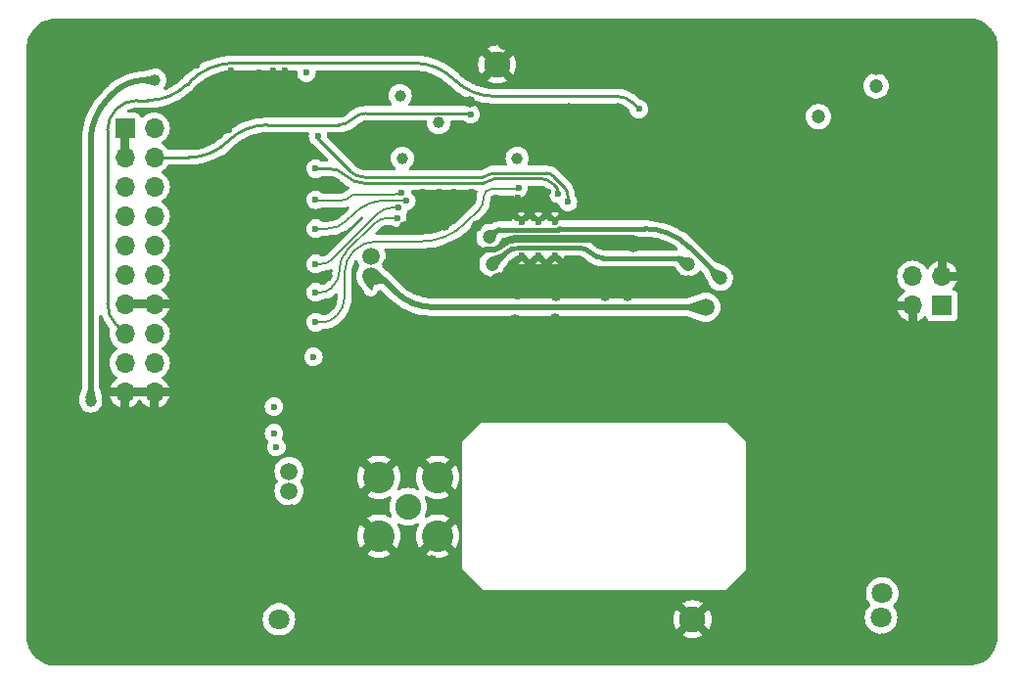
<source format=gbr>
%TF.GenerationSoftware,KiCad,Pcbnew,8.0.9-8.0.9-0~ubuntu22.04.1*%
%TF.CreationDate,2026-02-07T13:45:35+01:00*%
%TF.ProjectId,HW_0008_PrestoLO_2GHz_rev01a,48575f30-3030-4385-9f50-726573746f4c,rev?*%
%TF.SameCoordinates,Original*%
%TF.FileFunction,Copper,L3,Inr*%
%TF.FilePolarity,Positive*%
%FSLAX46Y46*%
G04 Gerber Fmt 4.6, Leading zero omitted, Abs format (unit mm)*
G04 Created by KiCad (PCBNEW 8.0.9-8.0.9-0~ubuntu22.04.1) date 2026-02-07 13:45:35*
%MOMM*%
%LPD*%
G01*
G04 APERTURE LIST*
%TA.AperFunction,ComponentPad*%
%ADD10C,2.286000*%
%TD*%
%TA.AperFunction,HeatsinkPad*%
%ADD11C,0.600000*%
%TD*%
%TA.AperFunction,ComponentPad*%
%ADD12R,1.700000X1.700000*%
%TD*%
%TA.AperFunction,ComponentPad*%
%ADD13O,1.700000X1.700000*%
%TD*%
%TA.AperFunction,ComponentPad*%
%ADD14C,2.240000*%
%TD*%
%TA.AperFunction,ComponentPad*%
%ADD15C,2.740000*%
%TD*%
%TA.AperFunction,ViaPad*%
%ADD16C,1.800000*%
%TD*%
%TA.AperFunction,ViaPad*%
%ADD17C,1.000000*%
%TD*%
%TA.AperFunction,ViaPad*%
%ADD18C,1.500000*%
%TD*%
%TA.AperFunction,ViaPad*%
%ADD19C,0.800000*%
%TD*%
%TA.AperFunction,ViaPad*%
%ADD20C,0.600000*%
%TD*%
%TA.AperFunction,ViaPad*%
%ADD21C,5.000000*%
%TD*%
%TA.AperFunction,ViaPad*%
%ADD22C,0.700000*%
%TD*%
%TA.AperFunction,ViaPad*%
%ADD23C,1.200000*%
%TD*%
%TA.AperFunction,Conductor*%
%ADD24C,0.507000*%
%TD*%
%TA.AperFunction,Conductor*%
%ADD25C,0.508000*%
%TD*%
%TA.AperFunction,Conductor*%
%ADD26C,0.700000*%
%TD*%
%TA.AperFunction,Conductor*%
%ADD27C,0.200000*%
%TD*%
%TA.AperFunction,Conductor*%
%ADD28C,0.254000*%
%TD*%
%TA.AperFunction,Conductor*%
%ADD29C,0.381000*%
%TD*%
G04 APERTURE END LIST*
D10*
%TO.N,GND*%
%TO.C,J103*%
X104200000Y-37500000D03*
X121100000Y-85500000D03*
%TD*%
D11*
%TO.N,GND*%
%TO.C,U105*%
X106300000Y-51112500D03*
X106300000Y-54012500D03*
X107750000Y-51112500D03*
X107750000Y-54012500D03*
X109200000Y-51112500D03*
X109200000Y-54012500D03*
%TD*%
D12*
%TO.N,GND*%
%TO.C,J101*%
X72000000Y-43000000D03*
D13*
%TO.N,unconnected-(J101-Pin_2-Pad2)*%
X74540000Y-43000000D03*
%TO.N,GND*%
X72000000Y-45540000D03*
%TO.N,Fref_IN*%
X74540000Y-45540000D03*
%TO.N,Mute_RF*%
X72000000Y-48080000D03*
%TO.N,LD*%
X74540000Y-48080000D03*
%TO.N,DATA*%
X72000000Y-50620000D03*
%TO.N,CLK*%
X74540000Y-50620000D03*
%TO.N,CE*%
X72000000Y-53160000D03*
%TO.N,LE*%
X74540000Y-53160000D03*
%TO.N,unconnected-(J101-Pin_11-Pad11)*%
X72000000Y-55700000D03*
%TO.N,MUX*%
X74540000Y-55700000D03*
%TO.N,GND*%
X72000000Y-58240000D03*
X74540000Y-58240000D03*
%TO.N,LO_Buff_EN*%
X72000000Y-60780000D03*
%TO.N,unconnected-(J101-Pin_16-Pad16)*%
X74540000Y-60780000D03*
%TO.N,I2C_SCL*%
X72000000Y-63320000D03*
%TO.N,I2C_SDA*%
X74540000Y-63320000D03*
%TO.N,GND*%
X72000000Y-65860000D03*
X74540000Y-65860000D03*
%TD*%
D12*
%TO.N,Net-(J102-Pin_1)*%
%TO.C,J102*%
X142675000Y-58375000D03*
D13*
%TO.N,GND*%
X142675000Y-55835000D03*
X140135000Y-58375000D03*
%TO.N,Net-(J102-Pin_4)*%
X140135000Y-55835000D03*
%TD*%
D14*
%TO.N,Net-(J104-In)*%
%TO.C,J104*%
X96500000Y-75750000D03*
D15*
%TO.N,GND*%
X93960000Y-73210000D03*
X93960000Y-78290000D03*
X99040000Y-73210000D03*
X99040000Y-78290000D03*
%TD*%
D16*
%TO.N,/3V8*%
X85336136Y-85500000D03*
X137400000Y-85350000D03*
D17*
X69037500Y-66600000D03*
X74600000Y-38862500D03*
D16*
X137500000Y-83250000D03*
D17*
%TO.N,GND*%
X89800000Y-58250000D03*
X126200000Y-71300000D03*
D18*
X124414433Y-85650000D03*
D17*
X85000000Y-89000000D03*
X78000000Y-58600000D03*
X83500000Y-89000000D03*
D18*
X145700000Y-45100000D03*
D17*
X75400000Y-70600000D03*
D18*
X116891658Y-35600000D03*
D17*
X121000000Y-89000000D03*
D19*
X97800000Y-35400000D03*
D17*
X100500000Y-44062500D03*
D18*
X116365380Y-67700000D03*
D17*
X89500000Y-89000000D03*
D18*
X67000000Y-42382352D03*
D17*
X126200000Y-82100000D03*
X88250000Y-79500000D03*
D18*
X138241176Y-35600000D03*
D17*
X109200000Y-61000000D03*
X102400000Y-51500000D03*
D20*
X83750000Y-54500000D03*
D17*
X119900000Y-62200000D03*
X109000000Y-89000000D03*
X84700000Y-78500000D03*
X126500000Y-61300000D03*
D20*
X85750000Y-51750000D03*
D18*
X117797057Y-85750000D03*
X129304807Y-85650000D03*
X118576918Y-67700000D03*
D17*
X98800000Y-40200000D03*
D20*
X85500000Y-57000000D03*
D17*
X98700000Y-56000000D03*
X80500000Y-81500000D03*
D18*
X103125935Y-85750000D03*
D20*
X81203284Y-37994963D03*
D17*
X126200000Y-69800000D03*
D18*
X145700000Y-53400000D03*
D17*
X109300000Y-57500000D03*
X73000000Y-89000000D03*
D18*
X76650000Y-86500000D03*
X114323528Y-37700000D03*
D17*
X118750000Y-46000000D03*
X94000000Y-89000000D03*
X88250000Y-81250000D03*
X82000000Y-72900000D03*
D18*
X116764704Y-37700000D03*
D17*
X67125000Y-62900000D03*
D18*
X107000000Y-37700000D03*
D17*
X119900000Y-63400000D03*
D20*
X106000000Y-49000000D03*
D17*
X89750000Y-50500000D03*
D18*
X90500000Y-69356618D03*
D17*
X114600000Y-41300000D03*
D21*
X142500000Y-40000000D03*
D17*
X104100000Y-61000000D03*
X80600000Y-63500000D03*
X91900000Y-59000000D03*
X126200000Y-79000000D03*
X105600000Y-44200000D03*
X67200000Y-66700000D03*
D18*
X67000000Y-52147056D03*
D17*
X99250000Y-70000000D03*
X120100000Y-40500000D03*
X92400000Y-81500000D03*
X139000000Y-89000000D03*
D20*
X83600000Y-38200000D03*
D18*
X143300000Y-77600000D03*
D20*
X108250000Y-41250000D03*
D18*
X65000000Y-54764712D03*
D19*
X88248152Y-35400000D03*
D17*
X118600000Y-64600000D03*
D20*
X85750000Y-54500000D03*
D18*
X134500000Y-73544120D03*
X123000000Y-63100000D03*
X109727772Y-35600000D03*
X128882360Y-37700000D03*
D20*
X82000000Y-59750000D03*
D18*
X74400000Y-84500000D03*
D17*
X80500000Y-89000000D03*
D18*
X114503696Y-35600000D03*
D17*
X96400000Y-59400000D03*
D18*
X114153842Y-67700000D03*
D17*
X88000000Y-89000000D03*
D18*
X143400000Y-68600000D03*
X145700000Y-58282352D03*
X145600000Y-77600000D03*
D20*
X108627000Y-48500000D03*
D17*
X69000000Y-72800000D03*
D20*
X102000000Y-48500000D03*
D17*
X117950000Y-44100000D03*
X89750000Y-52750000D03*
X111500000Y-48800000D03*
X99400000Y-81500000D03*
D18*
X134400000Y-37900000D03*
X121667582Y-35600000D03*
D17*
X137500000Y-89000000D03*
X76000000Y-89000000D03*
D18*
X90500000Y-78952206D03*
X131900000Y-74858824D03*
X107339810Y-35600000D03*
D17*
X121750000Y-47500000D03*
X82500000Y-81500000D03*
X110300000Y-44900000D03*
X83900000Y-43900000D03*
X96500000Y-78300000D03*
D20*
X117900000Y-57300000D03*
D18*
X145700000Y-73200000D03*
D20*
X117750000Y-46250000D03*
D18*
X119279620Y-35600000D03*
X100884614Y-67700000D03*
D17*
X127000000Y-89000000D03*
D18*
X105571122Y-85750000D03*
X111882352Y-37700000D03*
D17*
X77400000Y-61200000D03*
D18*
X121647056Y-37700000D03*
X131900000Y-72241176D03*
D17*
X76500000Y-50500000D03*
D18*
X133607392Y-35600000D03*
D17*
X100800000Y-61000000D03*
X121400000Y-44100000D03*
X82000000Y-89000000D03*
X80500000Y-80200000D03*
X132250000Y-54650000D03*
D18*
X65000000Y-66970592D03*
X134500000Y-85600000D03*
D20*
X100500000Y-48500000D03*
D18*
X131900000Y-77300000D03*
D17*
X115500000Y-57500000D03*
X126800000Y-40300000D03*
X132300000Y-49600000D03*
D18*
X65000000Y-44882352D03*
D17*
X94750000Y-61500000D03*
D18*
X109441176Y-37700000D03*
D17*
X133000000Y-89000000D03*
D19*
X83472228Y-35400000D03*
D17*
X77887500Y-50500000D03*
X112000000Y-89000000D03*
X132600000Y-59000000D03*
D18*
X134500000Y-63779416D03*
X126441176Y-37700000D03*
X93345187Y-85750000D03*
D17*
X126200000Y-77500000D03*
D20*
X128300000Y-48400000D03*
X84800000Y-71800000D03*
D18*
X65000000Y-64529416D03*
D17*
X116500000Y-89000000D03*
D18*
X125000000Y-64900000D03*
D19*
X71532418Y-35400000D03*
D18*
X132300000Y-66500000D03*
D17*
X86500000Y-89000000D03*
X94150000Y-81500000D03*
D18*
X65000000Y-69411768D03*
D17*
X98500000Y-80400000D03*
X97000000Y-89000000D03*
X115200000Y-62000000D03*
X140500000Y-89000000D03*
X95750000Y-62500000D03*
D18*
X120788456Y-67700000D03*
D17*
X67225000Y-55800000D03*
X96200000Y-51519000D03*
X88200000Y-82900000D03*
X102400000Y-61000000D03*
D18*
X124500000Y-58000000D03*
D17*
X97300000Y-62600000D03*
D18*
X69000000Y-36426472D03*
D17*
X109200000Y-59500000D03*
D18*
X145700000Y-60723528D03*
D17*
X116200000Y-46200000D03*
X76500000Y-47750000D03*
X113500000Y-57500000D03*
D18*
X108016309Y-85750000D03*
D17*
X134500000Y-89000000D03*
X123400000Y-61300000D03*
X93800000Y-75800000D03*
D19*
X100187962Y-35400000D03*
D18*
X88300000Y-85900000D03*
D17*
X128250000Y-53000000D03*
X113500000Y-89000000D03*
X97500000Y-70000000D03*
D18*
X65000000Y-42441176D03*
D17*
X110500000Y-89000000D03*
X126500000Y-53000000D03*
X126200000Y-80600000D03*
X92250000Y-70000000D03*
D18*
X134500000Y-51455880D03*
D20*
X82250000Y-49000000D03*
D17*
X95500000Y-89000000D03*
D18*
X143400000Y-73200000D03*
D17*
X124800000Y-46500000D03*
X125500000Y-89000000D03*
D20*
X84000000Y-57000000D03*
D18*
X145700000Y-55841176D03*
D17*
X67200000Y-69900000D03*
D18*
X90500000Y-66957721D03*
X98235561Y-85750000D03*
X145700000Y-47800000D03*
X67000000Y-37500000D03*
D17*
X95750000Y-70000000D03*
D18*
X145700000Y-68600000D03*
X143200000Y-47800000D03*
X65000000Y-62088240D03*
D22*
X109200000Y-52600000D03*
D17*
X70000000Y-87000000D03*
D18*
X112115734Y-35600000D03*
X65000000Y-40000000D03*
D17*
X102000000Y-44062500D03*
X89500000Y-55800000D03*
X136000000Y-89000000D03*
X91000000Y-89000000D03*
X75400000Y-69000000D03*
D18*
X90900000Y-85750000D03*
D17*
X88250000Y-77750000D03*
X123000000Y-51500000D03*
D20*
X81000000Y-42200000D03*
D17*
X106000000Y-89000000D03*
D18*
X86400000Y-76293750D03*
D17*
X78000000Y-55600000D03*
D18*
X65000000Y-49764704D03*
X123000000Y-67500000D03*
D17*
X79000000Y-89000000D03*
D18*
X67000000Y-49705880D03*
X134500000Y-75985296D03*
X127200000Y-64900000D03*
D17*
X99600000Y-51400000D03*
D18*
X68600000Y-75800000D03*
X90500000Y-74154412D03*
D17*
X110400000Y-46600000D03*
D18*
X125200000Y-68100000D03*
X90500000Y-81351103D03*
D17*
X90000000Y-47750000D03*
D18*
X70900000Y-77400000D03*
X112906683Y-85750000D03*
D17*
X125000000Y-56250000D03*
X93800000Y-39200000D03*
X125200000Y-83400000D03*
D21*
X142500000Y-83000000D03*
D17*
X124000000Y-89000000D03*
D20*
X84900000Y-68300000D03*
D17*
X108500000Y-66200000D03*
X91400000Y-39200000D03*
X115750000Y-56250000D03*
D20*
X85750000Y-59750000D03*
D17*
X119900000Y-64600000D03*
D18*
X134500000Y-49014704D03*
D17*
X103000000Y-89000000D03*
D18*
X109730766Y-67700000D03*
D19*
X95412038Y-35400000D03*
D18*
X104400000Y-56200000D03*
D19*
X90636114Y-35400000D03*
D17*
X89912500Y-61200000D03*
D18*
X67000000Y-39941176D03*
D20*
X81000000Y-43200000D03*
D17*
X119500000Y-89000000D03*
X142000000Y-88100000D03*
D18*
X110461496Y-85750000D03*
D17*
X110300000Y-43100000D03*
X126500000Y-51500000D03*
D20*
X114500000Y-46250000D03*
D17*
X88250000Y-74500000D03*
D18*
X100680748Y-85750000D03*
D17*
X100000000Y-89000000D03*
X122500000Y-89000000D03*
D18*
X126859620Y-85650000D03*
D17*
X98800000Y-65900000D03*
X100800000Y-81500000D03*
D18*
X90500000Y-71755515D03*
X128831468Y-35600000D03*
D17*
X74500000Y-89000000D03*
D18*
X132300000Y-61600000D03*
D20*
X78200000Y-37600000D03*
D17*
X95000000Y-80500000D03*
X88200000Y-84300000D03*
X88250000Y-72750000D03*
D18*
X134500000Y-46573528D03*
X119205880Y-37700000D03*
D20*
X104141720Y-49027070D03*
D18*
X98673076Y-67700000D03*
X95790374Y-85750000D03*
D17*
X78000000Y-47800000D03*
D20*
X81750000Y-51750000D03*
D17*
X118000000Y-89000000D03*
X119700000Y-44100000D03*
D19*
X76308342Y-35400000D03*
D17*
X77000000Y-44300000D03*
D20*
X84000000Y-59750000D03*
D17*
X71500000Y-88000000D03*
X132600000Y-60300000D03*
X74000000Y-76000000D03*
D18*
X111000000Y-55500000D03*
X65000000Y-71852944D03*
D17*
X98500000Y-89000000D03*
X120500000Y-46000000D03*
X84500000Y-81800000D03*
D18*
X65000000Y-59647064D03*
X90500000Y-76553309D03*
X134500000Y-80867648D03*
D17*
X101500000Y-89000000D03*
X91250000Y-60500000D03*
D18*
X126443506Y-35600000D03*
D17*
X97400000Y-40200000D03*
X113000000Y-66800000D03*
D18*
X90500000Y-64558824D03*
D17*
X101800000Y-40700000D03*
X130400000Y-46800000D03*
D18*
X115351870Y-85750000D03*
X145600000Y-75600000D03*
X104951848Y-35600000D03*
D17*
X77500000Y-89000000D03*
X94750000Y-54750000D03*
D20*
X82000000Y-57000000D03*
D17*
X128700000Y-45000000D03*
D18*
X134500000Y-68661768D03*
D17*
X96500000Y-73100000D03*
D18*
X134500000Y-71102944D03*
D17*
X103750000Y-44062500D03*
X126200000Y-72900000D03*
D20*
X84800000Y-38000000D03*
D18*
X134500000Y-61338240D03*
X131750000Y-85650000D03*
X134500000Y-41691176D03*
D17*
X116500000Y-62000000D03*
D18*
X134500000Y-78426472D03*
D17*
X71000000Y-70500000D03*
X124900000Y-50100000D03*
D22*
X107700000Y-52600000D03*
D17*
X91500000Y-43900000D03*
X124700000Y-40300000D03*
X77250000Y-70750000D03*
D18*
X96461538Y-67700000D03*
D17*
X131500000Y-89000000D03*
X132200000Y-43900000D03*
D20*
X82250000Y-46250000D03*
D17*
X110400000Y-41300000D03*
X77250000Y-69000000D03*
D18*
X67000000Y-47264704D03*
D17*
X121750000Y-49000000D03*
D18*
X135800000Y-35600000D03*
D19*
X81084266Y-35400000D03*
D17*
X105700000Y-59600000D03*
X125000000Y-61300000D03*
D18*
X102563886Y-35600000D03*
D17*
X96700000Y-80500000D03*
X124750000Y-51500000D03*
D18*
X131900000Y-82241176D03*
D22*
X106400000Y-52600000D03*
D18*
X67000000Y-44823528D03*
D20*
X115700000Y-55300000D03*
D17*
X109800000Y-65400000D03*
D18*
X105307690Y-67700000D03*
D17*
X94000000Y-70000000D03*
X97200000Y-56000000D03*
D18*
X145700000Y-66000000D03*
X111942304Y-67700000D03*
X65000000Y-52205880D03*
D17*
X90300000Y-43900000D03*
X128500000Y-89000000D03*
D20*
X85750000Y-49000000D03*
D17*
X115000000Y-89000000D03*
D19*
X73920380Y-35400000D03*
D18*
X131900000Y-69800000D03*
X117500000Y-63100000D03*
X131219430Y-35600000D03*
X116000000Y-53000000D03*
X118200000Y-60800000D03*
D20*
X81750000Y-54500000D03*
D17*
X102600000Y-83750000D03*
X86300000Y-81800000D03*
X99100000Y-61000000D03*
D18*
X125000000Y-63100000D03*
D17*
X110864561Y-65364561D03*
D18*
X66600000Y-74000000D03*
D17*
X67125000Y-60600000D03*
X137000000Y-37900000D03*
X102100000Y-56000000D03*
D18*
X131250000Y-37700000D03*
D17*
X90600000Y-41500000D03*
D18*
X79198130Y-86500000D03*
D17*
X110200000Y-62200000D03*
D18*
X134500000Y-66220592D03*
D17*
X105600000Y-61000000D03*
D18*
X143300000Y-66000000D03*
X143300000Y-75600000D03*
D17*
X92500000Y-89000000D03*
D18*
X103096152Y-67700000D03*
X143500000Y-52700000D03*
X94250000Y-67700000D03*
D17*
X130000000Y-89000000D03*
X76500000Y-72500000D03*
X128800000Y-64000000D03*
D20*
X121500000Y-46250000D03*
X84000000Y-46250000D03*
D17*
X97650000Y-81500000D03*
X82900000Y-78600000D03*
D18*
X81650000Y-86500000D03*
D17*
X80500000Y-78700000D03*
D20*
X97750000Y-48500000D03*
X116500000Y-39900000D03*
X84000000Y-49000000D03*
D18*
X107519228Y-67700000D03*
D17*
X78600000Y-42400000D03*
D21*
X69500000Y-83000000D03*
D17*
X79000000Y-72500000D03*
D18*
X134500000Y-44132352D03*
X65000000Y-47323528D03*
X134500000Y-58897064D03*
D20*
X85750000Y-46250000D03*
D17*
X143500000Y-87000000D03*
X116300000Y-44100000D03*
D18*
X73600000Y-79400000D03*
X124055544Y-35600000D03*
D17*
X100400000Y-56000000D03*
X82050000Y-77300000D03*
D20*
X85800000Y-38000000D03*
D18*
X134500000Y-53897056D03*
D17*
X88250000Y-76250000D03*
X97600000Y-59900000D03*
D18*
X84000000Y-87500000D03*
D17*
X111300000Y-62200000D03*
D20*
X106000000Y-57600000D03*
X84000000Y-51750000D03*
D17*
X83800000Y-77300000D03*
D18*
X74400000Y-81900000D03*
D17*
X101600000Y-82700000D03*
D20*
X99250000Y-48500000D03*
D19*
X85860190Y-35400000D03*
D18*
X124000000Y-37700000D03*
X120750000Y-56500000D03*
X65000000Y-57205888D03*
D17*
X104500000Y-89000000D03*
X130800000Y-48100000D03*
D18*
X131900000Y-79800000D03*
D17*
X107500000Y-89000000D03*
X95900000Y-81500000D03*
D18*
X112600000Y-63100000D03*
D17*
X80500000Y-77200000D03*
D18*
X134500000Y-56338232D03*
X134500000Y-83308824D03*
D17*
X137500000Y-87200000D03*
D20*
X112000000Y-41250000D03*
D19*
X78696304Y-35400000D03*
D17*
X77987500Y-53200000D03*
D19*
X93024076Y-35400000D03*
D20*
%TO.N,3V3_ADF*%
X88300000Y-62800000D03*
D18*
X93300000Y-54100000D03*
X93250000Y-55800000D03*
X86200000Y-72700000D03*
X86200000Y-74400000D03*
X122250000Y-58500000D03*
D20*
%TO.N,Net-(U105-LD)*%
X110313137Y-49391962D03*
X88700000Y-43700000D03*
%TO.N,Net-(U105-MUXOUT)*%
X88500000Y-59800000D03*
X106048624Y-48201376D03*
%TO.N,Net-(U105-PDB_{RF})*%
X109500000Y-48700000D03*
X88500000Y-46500000D03*
%TO.N,Net-(U105-CE)*%
X95544902Y-50763453D03*
X88500000Y-57200000D03*
%TO.N,Net-(U105-LE)*%
X88500000Y-54750000D03*
X95685421Y-49900000D03*
%TO.N,Net-(U105-DATA)*%
X96338193Y-49300000D03*
X88500000Y-51700000D03*
D17*
%TO.N,Net-(U104-VC)*%
X95800000Y-40200000D03*
D20*
%TO.N,LO_Buff_EN*%
X116450000Y-41350000D03*
%TO.N,Net-(U105-CLK)*%
X95945142Y-48603211D03*
X88500000Y-49200000D03*
D17*
%TO.N,Net-(U104-VDD)*%
X99131679Y-42531379D03*
D23*
%TO.N,/5V6*%
X132000000Y-42000000D03*
X136950000Y-39350000D03*
D17*
%TO.N,Net-(U105-REF_{IN})*%
X105925000Y-45619000D03*
D23*
%TO.N,Net-(U105-CP_{OUT})*%
X120750000Y-54750000D03*
X103750000Y-54750000D03*
D20*
%TO.N,Fref_IN*%
X101900000Y-41800000D03*
%TO.N,Net-(U106-A2)*%
X84900000Y-67100000D03*
%TO.N,Net-(U106-A1)*%
X84900000Y-69400000D03*
%TO.N,Net-(U106-A0)*%
X85100000Y-70600000D03*
D23*
%TO.N,Net-(U105-SW)*%
X103496325Y-52403675D03*
X123500000Y-56000000D03*
D17*
%TO.N,VCTCXO_Out*%
X96000000Y-45600000D03*
D20*
%TO.N,3V3_VCTCXO*%
X87702297Y-38223000D03*
%TD*%
D24*
%TO.N,/3V8*%
X74598979Y-38863521D02*
X74600000Y-38862500D01*
X69037500Y-44154531D02*
X69037500Y-66600000D01*
X71032645Y-39967354D02*
X70587499Y-40412499D01*
X74596514Y-38864542D02*
X73514784Y-38864542D01*
X74598979Y-38863521D02*
G75*
G02*
X74596514Y-38864536I-2479J2521D01*
G01*
X69037500Y-44154531D02*
G75*
G02*
X70587491Y-40412491I5292000J31D01*
G01*
X71032645Y-39967354D02*
G75*
G02*
X73514783Y-38864528I2678155J-2683046D01*
G01*
D25*
%TO.N,GND*%
X103662500Y-53500000D02*
X103600000Y-53500000D01*
X104000000Y-53500000D02*
X103962500Y-53500000D01*
X103962500Y-53500000D02*
X103887500Y-53500000D01*
D26*
X115317157Y-52600000D02*
X109200000Y-52600000D01*
D25*
X103396875Y-53500000D02*
X103365625Y-53500000D01*
X103537500Y-53500000D02*
X103475000Y-53500000D01*
X103600000Y-53500000D02*
X103537500Y-53500000D01*
X103475000Y-53500000D02*
X103412500Y-53500000D01*
D27*
X115800000Y-52800000D02*
X116000000Y-53000000D01*
D25*
X103846875Y-53500000D02*
X103887500Y-53500000D01*
X103662500Y-53500000D02*
X103703125Y-53500000D01*
X103350000Y-53500000D02*
X103365625Y-53500000D01*
X103396875Y-53500000D02*
X103412500Y-53500000D01*
D28*
X102581801Y-53818198D02*
X102499999Y-53899999D01*
D25*
X103846875Y-53500000D02*
X103703125Y-53500000D01*
D26*
X107700000Y-52600000D02*
X109200000Y-52600000D01*
D25*
X104650000Y-53050000D02*
X104341421Y-53358578D01*
D26*
X107700000Y-52600000D02*
X106400000Y-52600000D01*
D28*
X102100000Y-54865685D02*
X102100000Y-56000000D01*
D26*
X106400000Y-52600000D02*
X105736396Y-52600000D01*
X104650000Y-53050000D02*
G75*
G02*
X105736396Y-52599998I1086400J-1086400D01*
G01*
D28*
X102499999Y-53899999D02*
G75*
G03*
X102099993Y-54865685I965701J-965701D01*
G01*
D27*
X115317157Y-52600000D02*
G75*
G02*
X115800013Y-52799987I43J-682800D01*
G01*
D25*
X104000000Y-53500000D02*
G75*
G03*
X104341433Y-53358590I0J482900D01*
G01*
X103350000Y-53500000D02*
G75*
G03*
X102581801Y-53818198I0J-1086400D01*
G01*
%TO.N,3V3_ADF*%
X122250000Y-58500000D02*
X98659188Y-58500000D01*
X95400000Y-57150000D02*
X94332842Y-56082842D01*
D28*
X93250000Y-55800000D02*
X93250000Y-56925000D01*
D25*
X93250000Y-55800000D02*
X93650000Y-55800000D01*
X94332842Y-56082842D02*
G75*
G03*
X93650000Y-55800004I-682842J-682858D01*
G01*
X95400000Y-57150000D02*
G75*
G03*
X98659188Y-58500005I3259200J3259200D01*
G01*
D28*
%TO.N,Net-(U105-LD)*%
X88700000Y-43700000D02*
X88700000Y-43825000D01*
X88788388Y-44038388D02*
X91500000Y-46750000D01*
X108446538Y-46895376D02*
X103809458Y-46895376D01*
X109967070Y-48067070D02*
X109042041Y-47142041D01*
X102953319Y-47250000D02*
X92707106Y-47250000D01*
X110313137Y-49391962D02*
X110313137Y-48902549D01*
X108446538Y-46895376D02*
G75*
G02*
X109042013Y-47142069I-38J-842124D01*
G01*
X92707106Y-47250000D02*
G75*
G02*
X91499998Y-46750002I-6J1707100D01*
G01*
X110313137Y-48902549D02*
G75*
G03*
X109967093Y-48067047I-1181537J49D01*
G01*
X103381389Y-47072688D02*
G75*
G02*
X103809458Y-46895330I428111J-428012D01*
G01*
X88788388Y-44038388D02*
G75*
G02*
X88700007Y-43825000I213412J213388D01*
G01*
X103381389Y-47072688D02*
G75*
G02*
X102953319Y-47250009I-428089J428088D01*
G01*
D27*
%TO.N,Net-(U105-MUXOUT)*%
X97654415Y-52800000D02*
X93731377Y-52800000D01*
X102657537Y-50011091D02*
X101434314Y-51234314D01*
X105965617Y-48250000D02*
X103768198Y-48250000D01*
X91000000Y-57634314D02*
X91000000Y-55531326D01*
X103000000Y-49184314D02*
X103000000Y-49018198D01*
X106048624Y-48201376D02*
X106024312Y-48225688D01*
X88500000Y-59800000D02*
X89115685Y-59800000D01*
X90166726Y-59364644D02*
X90365685Y-59165685D01*
X91800000Y-53600000D02*
G75*
G03*
X91000029Y-55531326I1931300J-1931300D01*
G01*
X91000000Y-57634314D02*
G75*
G02*
X90365681Y-59165681I-2165700J14D01*
G01*
X103000000Y-49184314D02*
G75*
G02*
X102657522Y-50011076I-1169200J14D01*
G01*
X91800000Y-53600000D02*
G75*
G02*
X93731377Y-52799988I1931400J-1931400D01*
G01*
X103225000Y-48475000D02*
G75*
G02*
X103768198Y-48249999I543200J-543200D01*
G01*
X103225000Y-48475000D02*
G75*
G03*
X102999999Y-49018198I543200J-543200D01*
G01*
X90166726Y-59364644D02*
G75*
G02*
X89115685Y-59799988I-1051026J1051044D01*
G01*
X105965617Y-48250000D02*
G75*
G03*
X106024302Y-48225678I-17J83000D01*
G01*
X97654415Y-52800000D02*
G75*
G03*
X101434310Y-51234310I-15J5345600D01*
G01*
D28*
%TO.N,Net-(U105-PDB_{RF})*%
X107877183Y-47349376D02*
X104030037Y-47349376D01*
X89616116Y-46500000D02*
X88500000Y-46500000D01*
X103062846Y-47750000D02*
X92633883Y-47750000D01*
X109024688Y-47824688D02*
X109358578Y-48158578D01*
X109500000Y-48500000D02*
X109500000Y-48700000D01*
X109500000Y-48500000D02*
G75*
G03*
X109358569Y-48158587I-482800J0D01*
G01*
X91125000Y-47125000D02*
G75*
G03*
X92633883Y-47750007I1508900J1508900D01*
G01*
X91125000Y-47125000D02*
G75*
G03*
X89616116Y-46499993I-1508900J-1508900D01*
G01*
X107877183Y-47349376D02*
G75*
G02*
X109024698Y-47824678I17J-1622824D01*
G01*
X103546442Y-47549688D02*
G75*
G02*
X104030037Y-47349408I483558J-483612D01*
G01*
X103062846Y-47750000D02*
G75*
G03*
X103546417Y-47549663I-46J683900D01*
G01*
D27*
%TO.N,Net-(U105-CE)*%
X93549708Y-51284605D02*
X91203033Y-53631280D01*
X90550000Y-55375736D02*
X90550000Y-55207842D01*
X90015685Y-56665685D02*
X89828337Y-56853032D01*
X95544902Y-50763453D02*
X94807881Y-50763453D01*
X88990685Y-57200000D02*
X88500000Y-57200000D01*
X93549708Y-51284605D02*
G75*
G02*
X94807881Y-50763446I1258192J-1258195D01*
G01*
X90550000Y-55207842D02*
G75*
G02*
X91203011Y-53631258I2229600J42D01*
G01*
X90550000Y-55375736D02*
G75*
G02*
X90015675Y-56665675I-1824300J36D01*
G01*
X88990685Y-57200000D02*
G75*
G03*
X89828341Y-56853036I15J1184600D01*
G01*
%TO.N,Net-(U105-LE)*%
X93903071Y-50365557D02*
X89878768Y-54389860D01*
X95027024Y-49900000D02*
X95685421Y-49900000D01*
X93903071Y-50365556D02*
X93903071Y-50365557D01*
X89878768Y-54389860D02*
X89878767Y-54389860D01*
X89009314Y-54750000D02*
X88500000Y-54750000D01*
X95027024Y-49900000D02*
G75*
G03*
X93903061Y-50365546I-24J-1589500D01*
G01*
X89009314Y-54750000D02*
G75*
G03*
X89878762Y-54389855I-14J1229600D01*
G01*
%TO.N,Net-(U105-DATA)*%
X89500000Y-51700000D02*
X88500000Y-51700000D01*
X91207106Y-50992892D02*
X91769770Y-50430229D01*
X96252837Y-49250000D02*
X94619096Y-49250000D01*
X96338193Y-49300000D02*
X96313193Y-49275000D01*
X91769770Y-50430229D02*
G75*
G02*
X94619096Y-49250010I2849330J-2849371D01*
G01*
X96252837Y-49250000D02*
G75*
G02*
X96313183Y-49275010I-37J-85400D01*
G01*
X91207106Y-50992892D02*
G75*
G02*
X89500000Y-51700003I-1707106J1707092D01*
G01*
D28*
%TO.N,LO_Buff_EN*%
X73060660Y-40600000D02*
X74000000Y-40600000D01*
X109200000Y-40250000D02*
X103966249Y-40250000D01*
X116450000Y-41350000D02*
X115900000Y-40800000D01*
X114201409Y-40250000D02*
X114294102Y-40250000D01*
X113914261Y-40250000D02*
X113587147Y-40250000D01*
X114541284Y-40250000D02*
X114572182Y-40250000D01*
X111250000Y-40250000D02*
X109200000Y-40250000D01*
X77414213Y-39185786D02*
X77638244Y-38961755D01*
X112562147Y-40250000D02*
X111987852Y-40250000D01*
X97008397Y-37367963D02*
X81486000Y-37367963D01*
X113136442Y-40250000D02*
X113587147Y-40250000D01*
X114201409Y-40250000D02*
X113954227Y-40250000D01*
X114355897Y-40250000D02*
X114294102Y-40250000D01*
X114417692Y-40250000D02*
X114355897Y-40250000D01*
X116450000Y-41350000D02*
X116500000Y-41400000D01*
X113136442Y-40250000D02*
X112562147Y-40250000D01*
X114417692Y-40250000D02*
X114479488Y-40250000D01*
X70500000Y-43160660D02*
X70500000Y-58219339D01*
X111250000Y-40250000D02*
X111987852Y-40250000D01*
X114541284Y-40250000D02*
X114479488Y-40250000D01*
X71250000Y-60030000D02*
X72000000Y-60780000D01*
X113954227Y-40250000D02*
X113914261Y-40250000D01*
X71250000Y-41350000D02*
G75*
G03*
X70499954Y-43160660I1810600J-1810700D01*
G01*
X114572182Y-40250000D02*
G75*
G02*
X115900005Y-40799995I18J-1877800D01*
G01*
X73060660Y-40600000D02*
G75*
G03*
X71250032Y-41350032I40J-2560600D01*
G01*
X100487323Y-38808981D02*
G75*
G03*
X97008397Y-37367963I-3478923J-3478919D01*
G01*
X77638244Y-38961755D02*
G75*
G02*
X81486000Y-37367959I3847756J-3847745D01*
G01*
X100487323Y-38808981D02*
G75*
G03*
X103966249Y-40250049I3478977J3478881D01*
G01*
X71250000Y-60030000D02*
G75*
G02*
X70499984Y-58219339I1810700J1810700D01*
G01*
X77414213Y-39185786D02*
G75*
G02*
X74000000Y-40600007I-3414213J3414186D01*
G01*
D27*
%TO.N,Net-(U105-CLK)*%
X88500000Y-49200000D02*
X88525000Y-49225000D01*
X95945142Y-48603211D02*
X95707006Y-48603211D01*
X91984924Y-48750000D02*
X95352626Y-48750000D01*
X88585355Y-49250000D02*
X90777817Y-49250000D01*
X95529816Y-48676605D02*
G75*
G02*
X95352626Y-48750013I-177216J177205D01*
G01*
X91381371Y-49000000D02*
G75*
G02*
X90777817Y-49249999I-603571J603600D01*
G01*
X95529816Y-48676605D02*
G75*
G02*
X95707006Y-48603216I177184J-177195D01*
G01*
X88585355Y-49250000D02*
G75*
G02*
X88525013Y-49224987I45J85400D01*
G01*
X91984924Y-48750000D02*
G75*
G03*
X91381370Y-48999999I-24J-853500D01*
G01*
D29*
%TO.N,Net-(U105-CP_{OUT})*%
X119896446Y-54250000D02*
X113392052Y-54250000D01*
X120750000Y-54750000D02*
X120500000Y-54500000D01*
X104779000Y-53921000D02*
X104359099Y-54340900D01*
X103875000Y-54500000D02*
X103975000Y-54500000D01*
D25*
X103750000Y-54750000D02*
X103750000Y-54625000D01*
D29*
X106176829Y-53342000D02*
X111199947Y-53342000D01*
X106176829Y-53342000D02*
G75*
G03*
X104778991Y-53920991I-29J-1976800D01*
G01*
X111199947Y-53342000D02*
G75*
G02*
X112295966Y-53796034I-47J-1550000D01*
G01*
X103875000Y-54500000D02*
G75*
G03*
X103750000Y-54625000I0J-125000D01*
G01*
X103975000Y-54500000D02*
G75*
G03*
X104359100Y-54340901I0J543200D01*
G01*
X119896446Y-54250000D02*
G75*
G02*
X120500016Y-54499984I54J-853500D01*
G01*
X113392052Y-54250000D02*
G75*
G02*
X112296014Y-53795986I48J1550100D01*
G01*
D28*
%TO.N,Fref_IN*%
X77524942Y-45540000D02*
X74540000Y-45540000D01*
X101862189Y-41762189D02*
X101900000Y-41800000D01*
X90474647Y-42720786D02*
X84331127Y-42720786D01*
X92880187Y-41724379D02*
X101770906Y-41724379D01*
X101862189Y-41762189D02*
G75*
G03*
X101770906Y-41724382I-91289J-91311D01*
G01*
X90474647Y-42720786D02*
G75*
G03*
X91677396Y-42222561I-47J1700986D01*
G01*
X91677417Y-42222582D02*
G75*
G02*
X92880187Y-41724354I1202783J-1202718D01*
G01*
X84331127Y-42720786D02*
G75*
G03*
X80928018Y-44130376I-27J-4812714D01*
G01*
X77524942Y-45540000D02*
G75*
G03*
X80928014Y-44130372I-42J4812700D01*
G01*
D27*
%TO.N,Net-(U105-SW)*%
X103496325Y-52403675D02*
X103546325Y-52403675D01*
D29*
X103970379Y-52029619D02*
X103945749Y-52054249D01*
X103710195Y-52289801D02*
X103688423Y-52311574D01*
X104067812Y-51932187D02*
X104046039Y-51953959D01*
X103858658Y-52141338D02*
X103850086Y-52149910D01*
D27*
X103631680Y-52368319D02*
X103650594Y-52349404D01*
D29*
X104108500Y-51891500D02*
X104094937Y-51905062D01*
X109619420Y-51700000D02*
X116946036Y-51700000D01*
X103850086Y-52149910D02*
X103780140Y-52219856D01*
X104094937Y-51905062D02*
X104067812Y-51932187D01*
X103688423Y-52311574D02*
X103650594Y-52349404D01*
X104046039Y-51953959D02*
X104008209Y-51991789D01*
X123500000Y-56000000D02*
X120793792Y-53293792D01*
X109419041Y-51783000D02*
X104370442Y-51783000D01*
X103780140Y-52219856D02*
X103710195Y-52289801D01*
X104008209Y-51991789D02*
X103970379Y-52029619D01*
X103945749Y-52054249D02*
X103858658Y-52141338D01*
X104108500Y-51891500D02*
G75*
G02*
X104370442Y-51783017I261900J-261900D01*
G01*
X109419041Y-51783000D02*
G75*
G03*
X109519213Y-51741482I-41J141700D01*
G01*
D27*
X103631680Y-52368319D02*
G75*
G02*
X103546325Y-52403702I-85380J85319D01*
G01*
D29*
X116946036Y-51700000D02*
G75*
G02*
X120793784Y-53293800I-36J-5441600D01*
G01*
X109619420Y-51700000D02*
G75*
G03*
X109519218Y-51741487I-20J-141700D01*
G01*
%TD*%
%TA.AperFunction,Conductor*%
%TO.N,GND*%
G36*
X74139901Y-57932993D02*
G01*
X74074075Y-58047007D01*
X74040000Y-58174174D01*
X74040000Y-58305826D01*
X74074075Y-58432993D01*
X74139901Y-58547007D01*
X74207894Y-58615000D01*
X72332106Y-58615000D01*
X72400099Y-58547007D01*
X72465925Y-58432993D01*
X72500000Y-58305826D01*
X72500000Y-58174174D01*
X72465925Y-58047007D01*
X72400099Y-57932993D01*
X72332106Y-57865000D01*
X74207894Y-57865000D01*
X74139901Y-57932993D01*
G37*
%TD.AperFunction*%
%TA.AperFunction,Conductor*%
G36*
X102433576Y-48397185D02*
G01*
X102479331Y-48449989D01*
X102489275Y-48519147D01*
X102481098Y-48548951D01*
X102478487Y-48555255D01*
X102469356Y-48577299D01*
X102422918Y-48750607D01*
X102399500Y-48928479D01*
X102399500Y-49178211D01*
X102398903Y-49190367D01*
X102389768Y-49283102D01*
X102385025Y-49306945D01*
X102359750Y-49390257D01*
X102350447Y-49412714D01*
X102309405Y-49489494D01*
X102295900Y-49509705D01*
X102278978Y-49530324D01*
X102236973Y-49581505D01*
X102236650Y-49581898D01*
X102228493Y-49590897D01*
X102223914Y-49595477D01*
X102223914Y-49595478D01*
X102178967Y-49640421D01*
X102178931Y-49640459D01*
X101033928Y-50785464D01*
X101033926Y-50785466D01*
X101011418Y-50807973D01*
X101007910Y-50811346D01*
X100739679Y-51059296D01*
X100732276Y-51065619D01*
X100447331Y-51290252D01*
X100439454Y-51295975D01*
X100137760Y-51497561D01*
X100129467Y-51502642D01*
X99850101Y-51659096D01*
X99812896Y-51679932D01*
X99804221Y-51684352D01*
X99474704Y-51836262D01*
X99465709Y-51839988D01*
X99125288Y-51965577D01*
X99116028Y-51968585D01*
X98766820Y-52067072D01*
X98757352Y-52069345D01*
X98401485Y-52140132D01*
X98391869Y-52141655D01*
X98031548Y-52184303D01*
X98021842Y-52185067D01*
X97656983Y-52199404D01*
X97652114Y-52199500D01*
X93783410Y-52199500D01*
X93716371Y-52179815D01*
X93670616Y-52127011D01*
X93660672Y-52057853D01*
X93689697Y-51994297D01*
X93695729Y-51987819D01*
X93819434Y-51864114D01*
X93970894Y-51712653D01*
X93978017Y-51706068D01*
X94107577Y-51595415D01*
X94123297Y-51583994D01*
X94264398Y-51497527D01*
X94281709Y-51488706D01*
X94434594Y-51425378D01*
X94453090Y-51419368D01*
X94613991Y-51380738D01*
X94633201Y-51377695D01*
X94802945Y-51364335D01*
X94812675Y-51363953D01*
X94962490Y-51363953D01*
X95029529Y-51383638D01*
X95039805Y-51391008D01*
X95042638Y-51393267D01*
X95042640Y-51393269D01*
X95195380Y-51489242D01*
X95365647Y-51548821D01*
X95365652Y-51548822D01*
X95544898Y-51569018D01*
X95544902Y-51569018D01*
X95544906Y-51569018D01*
X95724151Y-51548822D01*
X95724154Y-51548821D01*
X95724157Y-51548821D01*
X95894424Y-51489242D01*
X96047164Y-51393269D01*
X96174718Y-51265715D01*
X96270691Y-51112975D01*
X96330270Y-50942708D01*
X96330271Y-50942702D01*
X96350467Y-50763456D01*
X96350467Y-50763449D01*
X96330271Y-50584203D01*
X96330269Y-50584193D01*
X96303725Y-50508337D01*
X96300162Y-50438558D01*
X96315771Y-50401410D01*
X96411210Y-50249522D01*
X96442118Y-50161188D01*
X96482839Y-50104414D01*
X96518202Y-50085104D01*
X96687715Y-50025789D01*
X96840455Y-49929816D01*
X96968009Y-49802262D01*
X97063982Y-49649522D01*
X97123561Y-49479255D01*
X97129585Y-49425789D01*
X97143758Y-49300003D01*
X97143758Y-49299996D01*
X97123562Y-49120750D01*
X97123561Y-49120745D01*
X97087679Y-49018200D01*
X97063982Y-48950478D01*
X97063323Y-48949430D01*
X97003412Y-48854082D01*
X96968009Y-48797738D01*
X96840455Y-48670184D01*
X96840453Y-48670182D01*
X96840450Y-48670180D01*
X96802553Y-48646368D01*
X96756261Y-48594034D01*
X96745304Y-48555259D01*
X96740811Y-48515380D01*
X96752867Y-48446560D01*
X96800217Y-48395181D01*
X96864032Y-48377500D01*
X102366537Y-48377500D01*
X102433576Y-48397185D01*
G37*
%TD.AperFunction*%
%TA.AperFunction,Conductor*%
G36*
X72375000Y-45207894D02*
G01*
X72307007Y-45139901D01*
X72192993Y-45074075D01*
X72065826Y-45040000D01*
X71934174Y-45040000D01*
X71807007Y-45074075D01*
X71692993Y-45139901D01*
X71625000Y-45207894D01*
X71625000Y-43332106D01*
X71692993Y-43400099D01*
X71807007Y-43465925D01*
X71934174Y-43500000D01*
X72065826Y-43500000D01*
X72192993Y-43465925D01*
X72307007Y-43400099D01*
X72375000Y-43332106D01*
X72375000Y-45207894D01*
G37*
%TD.AperFunction*%
%TA.AperFunction,Conductor*%
G36*
X116948473Y-52391095D02*
G01*
X117313904Y-52405456D01*
X117323577Y-52406217D01*
X117684360Y-52448920D01*
X117693934Y-52450436D01*
X118050265Y-52521317D01*
X118059696Y-52523581D01*
X118409347Y-52622195D01*
X118418576Y-52625193D01*
X118759416Y-52750936D01*
X118768411Y-52754662D01*
X118975635Y-52850194D01*
X119098317Y-52906751D01*
X119106988Y-52911170D01*
X119423937Y-53088671D01*
X119432221Y-53093746D01*
X119719435Y-53285657D01*
X119734286Y-53295580D01*
X119742144Y-53301288D01*
X119785585Y-53335535D01*
X119826044Y-53392494D01*
X119829286Y-53462289D01*
X119794279Y-53522756D01*
X119732139Y-53554699D01*
X119712789Y-53556848D01*
X119675171Y-53558054D01*
X119661772Y-53559000D01*
X113396940Y-53559000D01*
X113387208Y-53558617D01*
X113267416Y-53549186D01*
X113248198Y-53546142D01*
X113136097Y-53519226D01*
X113117592Y-53513213D01*
X113011084Y-53469094D01*
X112993748Y-53460261D01*
X112895448Y-53400021D01*
X112879706Y-53388583D01*
X112788130Y-53310368D01*
X112780982Y-53303760D01*
X112724910Y-53247688D01*
X112724304Y-53247146D01*
X112695617Y-53218456D01*
X112695612Y-53218452D01*
X112695610Y-53218450D01*
X112498823Y-53061503D01*
X112498821Y-53061502D01*
X112498819Y-53061500D01*
X112285704Y-52927578D01*
X112058926Y-52818357D01*
X112058919Y-52818354D01*
X111821346Y-52735215D01*
X111821345Y-52735214D01*
X111821343Y-52735214D01*
X111821340Y-52735213D01*
X111821332Y-52735211D01*
X111575954Y-52679196D01*
X111575949Y-52679195D01*
X111575947Y-52679195D01*
X111325822Y-52651004D01*
X111325820Y-52651003D01*
X111325818Y-52651003D01*
X111274147Y-52651002D01*
X111274103Y-52651000D01*
X111268005Y-52651000D01*
X111199968Y-52651000D01*
X111122111Y-52650998D01*
X111122110Y-52650998D01*
X111115346Y-52650998D01*
X111115310Y-52651000D01*
X109787505Y-52651000D01*
X109720466Y-52631315D01*
X109674711Y-52578511D01*
X109664767Y-52509353D01*
X109693792Y-52445797D01*
X109734966Y-52416097D01*
X109734488Y-52415159D01*
X109755344Y-52404527D01*
X109811661Y-52391000D01*
X116943605Y-52391000D01*
X116948473Y-52391095D01*
G37*
%TD.AperFunction*%
%TA.AperFunction,Conductor*%
G36*
X105618265Y-52493685D02*
G01*
X105664020Y-52546489D01*
X105673964Y-52615647D01*
X105644939Y-52679203D01*
X105586161Y-52716977D01*
X105578818Y-52718891D01*
X105437123Y-52751230D01*
X105437115Y-52751232D01*
X105154292Y-52850194D01*
X104884330Y-52980198D01*
X104884314Y-52980207D01*
X104630600Y-53139625D01*
X104630598Y-53139627D01*
X104617060Y-53150422D01*
X104552372Y-53176826D01*
X104483677Y-53164066D01*
X104432787Y-53116192D01*
X104415858Y-53048404D01*
X104433565Y-52990688D01*
X104433443Y-52990627D01*
X104433810Y-52989888D01*
X104434335Y-52988180D01*
X104435988Y-52985508D01*
X104435998Y-52985496D01*
X104526907Y-52802925D01*
X104582722Y-52606758D01*
X104584594Y-52586557D01*
X104610381Y-52521620D01*
X104667182Y-52480933D01*
X104708065Y-52474000D01*
X105551226Y-52474000D01*
X105618265Y-52493685D01*
G37*
%TD.AperFunction*%
%TA.AperFunction,Conductor*%
G36*
X144809367Y-33500497D02*
G01*
X144825049Y-33502242D01*
X144825070Y-33502019D01*
X144833155Y-33502752D01*
X144833164Y-33502754D01*
X144886388Y-33500600D01*
X144891391Y-33500500D01*
X144921994Y-33500500D01*
X144923893Y-33500517D01*
X145179333Y-33504892D01*
X145193532Y-33505955D01*
X145464376Y-33541973D01*
X145478380Y-33544662D01*
X145743299Y-33611545D01*
X145756885Y-33615820D01*
X146012372Y-33712681D01*
X146025384Y-33718491D01*
X146268054Y-33844048D01*
X146280323Y-33851320D01*
X146506957Y-34003903D01*
X146518306Y-34012531D01*
X146725936Y-34190145D01*
X146736214Y-34200016D01*
X146922068Y-34400290D01*
X146931143Y-34411272D01*
X147007462Y-34515291D01*
X147092773Y-34631567D01*
X147100535Y-34643533D01*
X147235795Y-34880923D01*
X147242131Y-34893701D01*
X147349234Y-35145048D01*
X147354061Y-35158469D01*
X147431591Y-35420445D01*
X147434846Y-35434331D01*
X147481784Y-35703494D01*
X147483422Y-35717663D01*
X147499295Y-35993132D01*
X147499500Y-36000265D01*
X147499500Y-86996249D01*
X147499274Y-87003736D01*
X147481728Y-87293794D01*
X147479923Y-87308659D01*
X147428219Y-87590798D01*
X147424635Y-87605336D01*
X147339306Y-87879167D01*
X147333997Y-87893168D01*
X147216275Y-88154736D01*
X147209316Y-88167995D01*
X147060928Y-88413459D01*
X147052422Y-88425782D01*
X146875526Y-88651573D01*
X146865596Y-88662781D01*
X146662781Y-88865596D01*
X146651573Y-88875526D01*
X146425782Y-89052422D01*
X146413459Y-89060928D01*
X146167995Y-89209316D01*
X146154736Y-89216275D01*
X145893168Y-89333997D01*
X145879167Y-89339306D01*
X145605336Y-89424635D01*
X145590798Y-89428219D01*
X145308659Y-89479923D01*
X145293794Y-89481728D01*
X145003736Y-89499274D01*
X144996249Y-89499500D01*
X66190733Y-89499500D01*
X66175055Y-89497757D01*
X66175035Y-89497980D01*
X66166941Y-89497246D01*
X66166935Y-89497246D01*
X66113704Y-89499399D01*
X66108695Y-89499500D01*
X66078287Y-89499500D01*
X66076164Y-89499482D01*
X66063077Y-89499257D01*
X65820498Y-89495103D01*
X65806275Y-89494039D01*
X65535166Y-89457984D01*
X65521160Y-89455294D01*
X65255984Y-89388346D01*
X65242378Y-89384065D01*
X64986641Y-89287108D01*
X64973618Y-89281293D01*
X64730717Y-89155616D01*
X64718446Y-89148343D01*
X64491571Y-88995594D01*
X64480218Y-88986962D01*
X64338342Y-88865596D01*
X64272386Y-88809174D01*
X64262102Y-88799297D01*
X64076066Y-88598823D01*
X64066982Y-88587828D01*
X63905197Y-88367318D01*
X63897435Y-88355352D01*
X63790685Y-88167995D01*
X63762037Y-88117715D01*
X63755706Y-88104947D01*
X63648494Y-87853333D01*
X63643670Y-87839922D01*
X63566055Y-87577650D01*
X63562806Y-87563782D01*
X63515825Y-87294341D01*
X63514188Y-87280175D01*
X63500705Y-87046121D01*
X63500500Y-87038990D01*
X63500500Y-85499993D01*
X83930836Y-85499993D01*
X83930836Y-85500006D01*
X83950000Y-85731297D01*
X83950002Y-85731308D01*
X84006978Y-85956300D01*
X84100211Y-86168848D01*
X84227152Y-86363147D01*
X84227155Y-86363151D01*
X84227157Y-86363153D01*
X84384352Y-86533913D01*
X84384355Y-86533915D01*
X84384358Y-86533918D01*
X84567501Y-86676464D01*
X84567507Y-86676468D01*
X84567510Y-86676470D01*
X84771633Y-86786936D01*
X84885623Y-86826068D01*
X84991151Y-86862297D01*
X84991153Y-86862297D01*
X84991155Y-86862298D01*
X85220087Y-86900500D01*
X85220088Y-86900500D01*
X85452184Y-86900500D01*
X85452185Y-86900500D01*
X85681117Y-86862298D01*
X85900639Y-86786936D01*
X86104762Y-86676470D01*
X86155556Y-86636936D01*
X86166265Y-86628600D01*
X86287920Y-86533913D01*
X86445115Y-86363153D01*
X86572060Y-86168849D01*
X86665293Y-85956300D01*
X86722270Y-85731305D01*
X86722271Y-85731297D01*
X86741436Y-85500006D01*
X86741436Y-85500000D01*
X119451920Y-85500000D01*
X119472211Y-85757820D01*
X119532582Y-86009285D01*
X119631549Y-86248213D01*
X119703707Y-86365962D01*
X120255839Y-85813830D01*
X120302430Y-85926310D01*
X120400924Y-86073717D01*
X120526283Y-86199076D01*
X120673690Y-86297570D01*
X120786168Y-86344160D01*
X120234036Y-86896291D01*
X120234036Y-86896292D01*
X120351786Y-86968450D01*
X120590714Y-87067417D01*
X120842179Y-87127788D01*
X121100000Y-87148079D01*
X121357820Y-87127788D01*
X121609285Y-87067417D01*
X121848209Y-86968451D01*
X121965961Y-86896291D01*
X121413830Y-86344160D01*
X121526310Y-86297570D01*
X121673717Y-86199076D01*
X121799076Y-86073717D01*
X121897570Y-85926310D01*
X121944160Y-85813830D01*
X122496291Y-86365961D01*
X122568451Y-86248209D01*
X122667417Y-86009285D01*
X122727788Y-85757820D01*
X122748079Y-85500000D01*
X122736273Y-85349993D01*
X135994700Y-85349993D01*
X135994700Y-85350006D01*
X136013864Y-85581297D01*
X136013866Y-85581308D01*
X136070842Y-85806300D01*
X136164075Y-86018848D01*
X136291016Y-86213147D01*
X136291019Y-86213151D01*
X136291021Y-86213153D01*
X136448216Y-86383913D01*
X136448219Y-86383915D01*
X136448222Y-86383918D01*
X136631365Y-86526464D01*
X136631371Y-86526468D01*
X136631374Y-86526470D01*
X136835497Y-86636936D01*
X136949487Y-86676068D01*
X137055015Y-86712297D01*
X137055017Y-86712297D01*
X137055019Y-86712298D01*
X137283951Y-86750500D01*
X137283952Y-86750500D01*
X137516048Y-86750500D01*
X137516049Y-86750500D01*
X137744981Y-86712298D01*
X137964503Y-86636936D01*
X138168626Y-86526470D01*
X138351784Y-86383913D01*
X138508979Y-86213153D01*
X138635924Y-86018849D01*
X138729157Y-85806300D01*
X138786134Y-85581305D01*
X138786135Y-85581297D01*
X138805300Y-85350006D01*
X138805300Y-85349993D01*
X138786135Y-85118702D01*
X138786133Y-85118691D01*
X138729157Y-84893699D01*
X138635924Y-84681151D01*
X138508980Y-84486849D01*
X138508979Y-84486847D01*
X138464285Y-84438296D01*
X138433363Y-84375642D01*
X138441224Y-84306215D01*
X138464280Y-84270338D01*
X138608979Y-84113153D01*
X138735924Y-83918849D01*
X138829157Y-83706300D01*
X138886134Y-83481305D01*
X138905300Y-83250000D01*
X138905300Y-83249993D01*
X138886135Y-83018702D01*
X138886133Y-83018691D01*
X138829157Y-82793699D01*
X138735924Y-82581151D01*
X138608983Y-82386852D01*
X138608980Y-82386849D01*
X138608979Y-82386847D01*
X138451784Y-82216087D01*
X138451779Y-82216083D01*
X138451777Y-82216081D01*
X138268634Y-82073535D01*
X138268628Y-82073531D01*
X138064504Y-81963064D01*
X138064495Y-81963061D01*
X137844984Y-81887702D01*
X137673282Y-81859050D01*
X137616049Y-81849500D01*
X137383951Y-81849500D01*
X137338164Y-81857140D01*
X137155015Y-81887702D01*
X136935504Y-81963061D01*
X136935495Y-81963064D01*
X136731371Y-82073531D01*
X136731365Y-82073535D01*
X136548222Y-82216081D01*
X136548219Y-82216084D01*
X136391016Y-82386852D01*
X136264075Y-82581151D01*
X136170842Y-82793699D01*
X136113866Y-83018691D01*
X136113864Y-83018702D01*
X136094700Y-83249993D01*
X136094700Y-83250006D01*
X136113864Y-83481297D01*
X136113866Y-83481308D01*
X136170842Y-83706300D01*
X136264075Y-83918848D01*
X136382101Y-84099500D01*
X136391021Y-84113153D01*
X136413620Y-84137702D01*
X136435714Y-84161703D01*
X136466636Y-84224358D01*
X136458775Y-84293784D01*
X136435714Y-84329667D01*
X136291018Y-84486849D01*
X136164075Y-84681151D01*
X136070842Y-84893699D01*
X136013866Y-85118691D01*
X136013864Y-85118702D01*
X135994700Y-85349993D01*
X122736273Y-85349993D01*
X122727788Y-85242179D01*
X122667417Y-84990714D01*
X122568450Y-84751786D01*
X122496291Y-84634036D01*
X121944160Y-85186168D01*
X121897570Y-85073690D01*
X121799076Y-84926283D01*
X121673717Y-84800924D01*
X121526310Y-84702430D01*
X121413830Y-84655839D01*
X121965962Y-84103707D01*
X121848213Y-84031549D01*
X121609285Y-83932582D01*
X121357820Y-83872211D01*
X121100000Y-83851920D01*
X120842179Y-83872211D01*
X120590714Y-83932582D01*
X120351786Y-84031549D01*
X120234036Y-84103707D01*
X120786169Y-84655839D01*
X120673690Y-84702430D01*
X120526283Y-84800924D01*
X120400924Y-84926283D01*
X120302430Y-85073690D01*
X120255839Y-85186168D01*
X119703707Y-84634036D01*
X119631549Y-84751786D01*
X119532582Y-84990714D01*
X119472211Y-85242179D01*
X119451920Y-85500000D01*
X86741436Y-85500000D01*
X86741436Y-85499993D01*
X86722271Y-85268702D01*
X86722269Y-85268691D01*
X86665293Y-85043699D01*
X86572060Y-84831151D01*
X86445119Y-84636852D01*
X86445116Y-84636849D01*
X86445115Y-84636847D01*
X86287920Y-84466087D01*
X86287915Y-84466083D01*
X86287913Y-84466081D01*
X86104770Y-84323535D01*
X86104764Y-84323531D01*
X85900640Y-84213064D01*
X85900631Y-84213061D01*
X85681120Y-84137702D01*
X85477396Y-84103707D01*
X85452185Y-84099500D01*
X85220087Y-84099500D01*
X85194876Y-84103707D01*
X84991151Y-84137702D01*
X84771640Y-84213061D01*
X84771631Y-84213064D01*
X84567507Y-84323531D01*
X84567501Y-84323535D01*
X84384358Y-84466081D01*
X84384355Y-84466084D01*
X84227152Y-84636852D01*
X84100211Y-84831151D01*
X84006978Y-85043699D01*
X83950002Y-85268691D01*
X83950000Y-85268702D01*
X83930836Y-85499993D01*
X63500500Y-85499993D01*
X63500500Y-72699997D01*
X84944723Y-72699997D01*
X84944723Y-72700002D01*
X84963793Y-72917975D01*
X84963793Y-72917979D01*
X85020422Y-73129322D01*
X85020424Y-73129326D01*
X85020425Y-73129330D01*
X85058041Y-73209998D01*
X85112897Y-73327638D01*
X85112898Y-73327639D01*
X85218797Y-73478878D01*
X85241123Y-73545081D01*
X85224113Y-73612849D01*
X85218796Y-73621122D01*
X85112900Y-73772357D01*
X85112898Y-73772361D01*
X85020426Y-73970668D01*
X85020422Y-73970677D01*
X84963793Y-74182020D01*
X84963793Y-74182023D01*
X84961866Y-74204047D01*
X84944723Y-74399997D01*
X84944723Y-74400002D01*
X84963793Y-74617975D01*
X84963793Y-74617979D01*
X85020422Y-74829322D01*
X85020424Y-74829326D01*
X85020425Y-74829330D01*
X85022066Y-74832849D01*
X85112897Y-75027638D01*
X85112898Y-75027639D01*
X85238402Y-75206877D01*
X85393123Y-75361598D01*
X85572361Y-75487102D01*
X85770670Y-75579575D01*
X85982023Y-75636207D01*
X86164926Y-75652208D01*
X86199998Y-75655277D01*
X86200000Y-75655277D01*
X86200002Y-75655277D01*
X86228254Y-75652805D01*
X86417977Y-75636207D01*
X86629330Y-75579575D01*
X86827639Y-75487102D01*
X87006877Y-75361598D01*
X87161598Y-75206877D01*
X87287102Y-75027639D01*
X87379575Y-74829330D01*
X87436207Y-74617977D01*
X87455277Y-74400000D01*
X87436207Y-74182023D01*
X87379575Y-73970670D01*
X87287102Y-73772362D01*
X87287100Y-73772359D01*
X87287099Y-73772357D01*
X87181203Y-73621122D01*
X87158876Y-73554916D01*
X87175886Y-73487149D01*
X87181190Y-73478896D01*
X87287102Y-73327639D01*
X87341959Y-73209998D01*
X92085223Y-73209998D01*
X92085223Y-73210001D01*
X92104306Y-73476810D01*
X92104307Y-73476817D01*
X92161163Y-73738181D01*
X92254643Y-73988812D01*
X92254645Y-73988816D01*
X92382833Y-74223575D01*
X92397072Y-74242596D01*
X93154107Y-73485561D01*
X93206740Y-73612626D01*
X93299762Y-73751844D01*
X93418156Y-73870238D01*
X93557374Y-73963260D01*
X93684437Y-74015891D01*
X92927401Y-74772926D01*
X92946423Y-74787166D01*
X93181183Y-74915354D01*
X93181187Y-74915356D01*
X93431818Y-75008836D01*
X93693182Y-75065692D01*
X93693189Y-75065693D01*
X93959999Y-75084777D01*
X93960001Y-75084777D01*
X94226810Y-75065693D01*
X94226817Y-75065692D01*
X94488181Y-75008836D01*
X94738812Y-74915356D01*
X94738816Y-74915354D01*
X94889912Y-74832849D01*
X94958184Y-74817997D01*
X95023649Y-74842413D01*
X95065521Y-74898347D01*
X95070505Y-74968038D01*
X95055071Y-75006463D01*
X95051659Y-75012030D01*
X95051656Y-75012036D01*
X94954049Y-75247681D01*
X94954044Y-75247698D01*
X94894502Y-75495710D01*
X94874489Y-75750000D01*
X94894502Y-76004289D01*
X94954044Y-76252301D01*
X94954049Y-76252318D01*
X95051656Y-76487963D01*
X95051658Y-76487966D01*
X95055068Y-76493531D01*
X95073310Y-76560977D01*
X95052193Y-76627579D01*
X94998420Y-76672191D01*
X94929064Y-76680649D01*
X94889912Y-76667150D01*
X94738816Y-76584645D01*
X94738812Y-76584643D01*
X94488181Y-76491163D01*
X94226817Y-76434307D01*
X94226810Y-76434306D01*
X93960001Y-76415223D01*
X93959999Y-76415223D01*
X93693189Y-76434306D01*
X93693182Y-76434307D01*
X93431818Y-76491163D01*
X93181187Y-76584643D01*
X93181183Y-76584645D01*
X92946418Y-76712837D01*
X92946415Y-76712839D01*
X92927402Y-76727071D01*
X92927401Y-76727072D01*
X93684437Y-77484108D01*
X93557374Y-77536740D01*
X93418156Y-77629762D01*
X93299762Y-77748156D01*
X93206740Y-77887374D01*
X93154108Y-78014437D01*
X92397072Y-77257401D01*
X92397071Y-77257402D01*
X92382839Y-77276415D01*
X92382837Y-77276418D01*
X92254645Y-77511183D01*
X92254643Y-77511187D01*
X92161163Y-77761818D01*
X92104307Y-78023182D01*
X92104306Y-78023189D01*
X92085223Y-78289998D01*
X92085223Y-78290001D01*
X92104306Y-78556810D01*
X92104307Y-78556817D01*
X92161163Y-78818181D01*
X92254643Y-79068812D01*
X92254645Y-79068816D01*
X92382833Y-79303575D01*
X92397072Y-79322596D01*
X93154107Y-78565561D01*
X93206740Y-78692626D01*
X93299762Y-78831844D01*
X93418156Y-78950238D01*
X93557374Y-79043260D01*
X93684437Y-79095891D01*
X92927401Y-79852926D01*
X92946423Y-79867166D01*
X93181183Y-79995354D01*
X93181187Y-79995356D01*
X93431818Y-80088836D01*
X93693182Y-80145692D01*
X93693189Y-80145693D01*
X93959999Y-80164777D01*
X93960001Y-80164777D01*
X94226810Y-80145693D01*
X94226817Y-80145692D01*
X94488181Y-80088836D01*
X94738812Y-79995356D01*
X94738816Y-79995354D01*
X94973582Y-79867162D01*
X94992597Y-79852927D01*
X94235561Y-79095891D01*
X94362626Y-79043260D01*
X94501844Y-78950238D01*
X94620238Y-78831844D01*
X94713260Y-78692626D01*
X94765891Y-78565561D01*
X95522927Y-79322597D01*
X95537162Y-79303582D01*
X95665354Y-79068816D01*
X95665356Y-79068812D01*
X95758836Y-78818181D01*
X95815692Y-78556817D01*
X95815693Y-78556810D01*
X95834777Y-78290001D01*
X95834777Y-78289998D01*
X95815693Y-78023189D01*
X95815692Y-78023182D01*
X95758836Y-77761818D01*
X95665356Y-77511187D01*
X95665354Y-77511183D01*
X95582849Y-77360087D01*
X95567997Y-77291814D01*
X95592414Y-77226350D01*
X95648347Y-77184478D01*
X95718039Y-77179494D01*
X95756471Y-77194933D01*
X95762033Y-77198341D01*
X95762036Y-77198343D01*
X95997681Y-77295950D01*
X95997683Y-77295950D01*
X95997689Y-77295953D01*
X96245714Y-77355498D01*
X96500000Y-77375511D01*
X96754286Y-77355498D01*
X97002311Y-77295953D01*
X97109459Y-77251571D01*
X97237963Y-77198343D01*
X97237964Y-77198341D01*
X97237967Y-77198341D01*
X97243523Y-77194935D01*
X97310968Y-77176688D01*
X97377571Y-77197801D01*
X97422187Y-77251571D01*
X97430651Y-77320926D01*
X97417150Y-77360087D01*
X97334645Y-77511183D01*
X97334643Y-77511187D01*
X97241163Y-77761818D01*
X97184307Y-78023182D01*
X97184306Y-78023189D01*
X97165223Y-78289998D01*
X97165223Y-78290001D01*
X97184306Y-78556810D01*
X97184307Y-78556817D01*
X97241163Y-78818181D01*
X97334643Y-79068812D01*
X97334645Y-79068816D01*
X97462833Y-79303575D01*
X97477072Y-79322596D01*
X98234107Y-78565561D01*
X98286740Y-78692626D01*
X98379762Y-78831844D01*
X98498156Y-78950238D01*
X98637374Y-79043260D01*
X98764437Y-79095891D01*
X98007401Y-79852926D01*
X98026423Y-79867166D01*
X98261183Y-79995354D01*
X98261187Y-79995356D01*
X98511818Y-80088836D01*
X98773182Y-80145692D01*
X98773189Y-80145693D01*
X99039999Y-80164777D01*
X99040001Y-80164777D01*
X99306810Y-80145693D01*
X99306817Y-80145692D01*
X99568181Y-80088836D01*
X99818812Y-79995356D01*
X99818816Y-79995354D01*
X100053582Y-79867162D01*
X100072597Y-79852927D01*
X99315561Y-79095891D01*
X99442626Y-79043260D01*
X99581844Y-78950238D01*
X99700238Y-78831844D01*
X99793260Y-78692626D01*
X99845891Y-78565561D01*
X100602927Y-79322597D01*
X100617162Y-79303582D01*
X100745354Y-79068816D01*
X100745356Y-79068812D01*
X100838836Y-78818181D01*
X100895692Y-78556817D01*
X100895693Y-78556810D01*
X100914777Y-78290001D01*
X100914777Y-78289998D01*
X100895693Y-78023189D01*
X100895692Y-78023182D01*
X100838836Y-77761818D01*
X100745356Y-77511187D01*
X100745354Y-77511183D01*
X100617166Y-77276424D01*
X100617166Y-77276423D01*
X100602926Y-77257401D01*
X99845891Y-78014436D01*
X99793260Y-77887374D01*
X99700238Y-77748156D01*
X99581844Y-77629762D01*
X99442626Y-77536740D01*
X99315561Y-77484107D01*
X100072596Y-76727072D01*
X100053575Y-76712833D01*
X99818816Y-76584645D01*
X99818812Y-76584643D01*
X99568181Y-76491163D01*
X99306817Y-76434307D01*
X99306810Y-76434306D01*
X99040001Y-76415223D01*
X99039999Y-76415223D01*
X98773189Y-76434306D01*
X98773182Y-76434307D01*
X98511818Y-76491163D01*
X98261187Y-76584643D01*
X98261183Y-76584645D01*
X98110087Y-76667150D01*
X98041814Y-76682002D01*
X97976349Y-76657585D01*
X97934478Y-76601651D01*
X97929494Y-76531960D01*
X97944936Y-76493523D01*
X97948343Y-76487963D01*
X98045950Y-76252318D01*
X98045949Y-76252318D01*
X98045953Y-76252311D01*
X98105498Y-76004286D01*
X98125511Y-75750000D01*
X98105498Y-75495714D01*
X98045953Y-75247689D01*
X97970568Y-75065693D01*
X97948343Y-75012036D01*
X97948341Y-75012033D01*
X97944933Y-75006471D01*
X97926688Y-74939025D01*
X97947804Y-74872423D01*
X98001576Y-74827809D01*
X98070932Y-74819349D01*
X98110087Y-74832849D01*
X98261183Y-74915354D01*
X98261187Y-74915356D01*
X98511818Y-75008836D01*
X98773182Y-75065692D01*
X98773189Y-75065693D01*
X99039999Y-75084777D01*
X99040001Y-75084777D01*
X99306810Y-75065693D01*
X99306817Y-75065692D01*
X99568181Y-75008836D01*
X99818812Y-74915356D01*
X99818816Y-74915354D01*
X100053582Y-74787162D01*
X100072597Y-74772927D01*
X99315561Y-74015891D01*
X99442626Y-73963260D01*
X99581844Y-73870238D01*
X99700238Y-73751844D01*
X99793260Y-73612626D01*
X99845891Y-73485561D01*
X100602927Y-74242597D01*
X100617162Y-74223582D01*
X100745354Y-73988816D01*
X100745356Y-73988812D01*
X100838836Y-73738181D01*
X100895692Y-73476817D01*
X100895693Y-73476810D01*
X100914777Y-73210001D01*
X100914777Y-73209998D01*
X100895693Y-72943189D01*
X100895692Y-72943182D01*
X100838836Y-72681818D01*
X100745356Y-72431187D01*
X100745354Y-72431183D01*
X100617166Y-72196424D01*
X100617166Y-72196423D01*
X100602926Y-72177401D01*
X99845891Y-72934436D01*
X99793260Y-72807374D01*
X99700238Y-72668156D01*
X99581844Y-72549762D01*
X99442626Y-72456740D01*
X99315562Y-72404108D01*
X100072597Y-71647072D01*
X100053575Y-71632833D01*
X99818816Y-71504645D01*
X99818812Y-71504643D01*
X99568181Y-71411163D01*
X99306817Y-71354307D01*
X99306810Y-71354306D01*
X99040001Y-71335223D01*
X99039999Y-71335223D01*
X98773189Y-71354306D01*
X98773182Y-71354307D01*
X98511818Y-71411163D01*
X98261187Y-71504643D01*
X98261183Y-71504645D01*
X98026418Y-71632837D01*
X98026415Y-71632839D01*
X98007402Y-71647071D01*
X98007401Y-71647072D01*
X98764437Y-72404108D01*
X98637374Y-72456740D01*
X98498156Y-72549762D01*
X98379762Y-72668156D01*
X98286740Y-72807374D01*
X98234108Y-72934437D01*
X97477072Y-72177401D01*
X97477071Y-72177402D01*
X97462839Y-72196415D01*
X97462837Y-72196418D01*
X97334645Y-72431183D01*
X97334643Y-72431187D01*
X97241163Y-72681818D01*
X97184307Y-72943182D01*
X97184306Y-72943189D01*
X97165223Y-73209998D01*
X97165223Y-73210001D01*
X97184306Y-73476810D01*
X97184307Y-73476817D01*
X97241163Y-73738181D01*
X97334643Y-73988812D01*
X97334645Y-73988816D01*
X97417150Y-74139912D01*
X97432002Y-74208185D01*
X97407585Y-74273649D01*
X97351652Y-74315521D01*
X97281960Y-74320505D01*
X97243531Y-74305068D01*
X97237966Y-74301658D01*
X97237963Y-74301656D01*
X97002318Y-74204049D01*
X97002301Y-74204044D01*
X96754289Y-74144502D01*
X96500000Y-74124489D01*
X96245710Y-74144502D01*
X95997698Y-74204044D01*
X95997681Y-74204049D01*
X95762036Y-74301656D01*
X95762030Y-74301659D01*
X95756463Y-74305071D01*
X95689016Y-74323310D01*
X95622415Y-74302190D01*
X95577806Y-74248414D01*
X95569351Y-74179058D01*
X95582849Y-74139912D01*
X95665354Y-73988816D01*
X95665356Y-73988812D01*
X95758836Y-73738181D01*
X95815692Y-73476817D01*
X95815693Y-73476810D01*
X95834777Y-73210001D01*
X95834777Y-73209998D01*
X95815693Y-72943189D01*
X95815692Y-72943182D01*
X95758836Y-72681818D01*
X95665356Y-72431187D01*
X95665354Y-72431183D01*
X95537166Y-72196424D01*
X95537166Y-72196423D01*
X95522926Y-72177401D01*
X94765891Y-72934437D01*
X94713260Y-72807374D01*
X94620238Y-72668156D01*
X94501844Y-72549762D01*
X94362626Y-72456740D01*
X94235562Y-72404108D01*
X94992597Y-71647072D01*
X94973575Y-71632833D01*
X94738816Y-71504645D01*
X94738812Y-71504643D01*
X94488181Y-71411163D01*
X94226817Y-71354307D01*
X94226810Y-71354306D01*
X93960001Y-71335223D01*
X93959999Y-71335223D01*
X93693189Y-71354306D01*
X93693182Y-71354307D01*
X93431818Y-71411163D01*
X93181187Y-71504643D01*
X93181183Y-71504645D01*
X92946418Y-71632837D01*
X92946415Y-71632839D01*
X92927402Y-71647071D01*
X92927401Y-71647072D01*
X93684437Y-72404108D01*
X93557374Y-72456740D01*
X93418156Y-72549762D01*
X93299762Y-72668156D01*
X93206740Y-72807374D01*
X93154108Y-72934437D01*
X92397072Y-72177401D01*
X92397071Y-72177402D01*
X92382839Y-72196415D01*
X92382837Y-72196418D01*
X92254645Y-72431183D01*
X92254643Y-72431187D01*
X92161163Y-72681818D01*
X92104307Y-72943182D01*
X92104306Y-72943189D01*
X92085223Y-73209998D01*
X87341959Y-73209998D01*
X87379575Y-73129330D01*
X87436207Y-72917977D01*
X87455277Y-72700000D01*
X87453498Y-72679670D01*
X87442133Y-72549762D01*
X87436207Y-72482023D01*
X87379575Y-72270670D01*
X87287102Y-72072362D01*
X87287100Y-72072359D01*
X87287099Y-72072357D01*
X87161599Y-71893124D01*
X87161596Y-71893121D01*
X87006877Y-71738402D01*
X86827639Y-71612898D01*
X86827640Y-71612898D01*
X86827638Y-71612897D01*
X86728484Y-71566661D01*
X86629330Y-71520425D01*
X86629326Y-71520424D01*
X86629322Y-71520422D01*
X86417977Y-71463793D01*
X86200002Y-71444723D01*
X86199998Y-71444723D01*
X86054682Y-71457436D01*
X85982023Y-71463793D01*
X85982020Y-71463793D01*
X85770677Y-71520422D01*
X85770668Y-71520426D01*
X85572361Y-71612898D01*
X85572357Y-71612900D01*
X85393121Y-71738402D01*
X85238402Y-71893121D01*
X85112900Y-72072357D01*
X85112898Y-72072361D01*
X85020426Y-72270668D01*
X85020422Y-72270677D01*
X84963793Y-72482020D01*
X84963793Y-72482024D01*
X84944723Y-72699997D01*
X63500500Y-72699997D01*
X63500500Y-69399996D01*
X84094435Y-69399996D01*
X84094435Y-69400003D01*
X84114630Y-69579249D01*
X84114631Y-69579254D01*
X84174211Y-69749523D01*
X84270184Y-69902262D01*
X84398514Y-70030592D01*
X84431999Y-70091915D01*
X84427015Y-70161607D01*
X84415827Y-70184244D01*
X84374212Y-70250474D01*
X84314631Y-70420745D01*
X84314630Y-70420750D01*
X84294435Y-70599996D01*
X84294435Y-70600003D01*
X84314630Y-70779249D01*
X84314631Y-70779254D01*
X84374211Y-70949523D01*
X84470184Y-71102262D01*
X84597738Y-71229816D01*
X84750478Y-71325789D01*
X84831975Y-71354306D01*
X84920745Y-71385368D01*
X84920750Y-71385369D01*
X85099996Y-71405565D01*
X85100000Y-71405565D01*
X85100004Y-71405565D01*
X85279249Y-71385369D01*
X85279252Y-71385368D01*
X85279255Y-71385368D01*
X85449522Y-71325789D01*
X85602262Y-71229816D01*
X85729816Y-71102262D01*
X85825789Y-70949522D01*
X85885368Y-70779255D01*
X85905565Y-70600000D01*
X85885368Y-70420745D01*
X85825789Y-70250478D01*
X85825786Y-70250474D01*
X85784171Y-70184244D01*
X85731237Y-70099999D01*
X101200000Y-70099999D01*
X101200000Y-70100000D01*
X101200000Y-81200000D01*
X103000000Y-83000000D01*
X123900000Y-83000000D01*
X125700000Y-81200000D01*
X125700000Y-70100000D01*
X124100000Y-68500000D01*
X102800000Y-68500000D01*
X102799999Y-68500000D01*
X101200000Y-70099999D01*
X85731237Y-70099999D01*
X85729816Y-70097738D01*
X85602262Y-69970184D01*
X85601485Y-69969407D01*
X85568000Y-69908084D01*
X85572984Y-69838392D01*
X85584173Y-69815753D01*
X85625788Y-69749524D01*
X85685368Y-69579254D01*
X85685369Y-69579249D01*
X85705565Y-69400003D01*
X85705565Y-69399996D01*
X85685369Y-69220750D01*
X85685368Y-69220745D01*
X85625788Y-69050476D01*
X85529815Y-68897737D01*
X85402262Y-68770184D01*
X85249523Y-68674211D01*
X85079254Y-68614631D01*
X85079249Y-68614630D01*
X84900004Y-68594435D01*
X84899996Y-68594435D01*
X84720750Y-68614630D01*
X84720745Y-68614631D01*
X84550476Y-68674211D01*
X84397737Y-68770184D01*
X84270184Y-68897737D01*
X84174211Y-69050476D01*
X84114631Y-69220745D01*
X84114630Y-69220750D01*
X84094435Y-69399996D01*
X63500500Y-69399996D01*
X63500500Y-66600000D01*
X68032159Y-66600000D01*
X68051475Y-66796129D01*
X68108688Y-66984733D01*
X68201586Y-67158532D01*
X68201590Y-67158539D01*
X68326616Y-67310883D01*
X68478960Y-67435909D01*
X68478967Y-67435913D01*
X68652766Y-67528811D01*
X68652769Y-67528811D01*
X68652773Y-67528814D01*
X68841368Y-67586024D01*
X69037500Y-67605341D01*
X69233632Y-67586024D01*
X69422227Y-67528814D01*
X69596038Y-67435910D01*
X69748383Y-67310883D01*
X69873410Y-67158538D01*
X69966314Y-66984727D01*
X70023524Y-66796132D01*
X70042841Y-66600000D01*
X70023524Y-66403868D01*
X69991270Y-66297544D01*
X69986675Y-66275099D01*
X69986408Y-66272662D01*
X69976700Y-66235000D01*
X70702858Y-66235000D01*
X70726566Y-66323483D01*
X70726570Y-66323492D01*
X70826399Y-66537578D01*
X70961894Y-66731082D01*
X71128917Y-66898105D01*
X71322421Y-67033600D01*
X71536507Y-67133429D01*
X71536516Y-67133433D01*
X71624999Y-67157142D01*
X72375000Y-67157142D01*
X72463483Y-67133433D01*
X72463492Y-67133429D01*
X72677578Y-67033600D01*
X72871082Y-66898105D01*
X73038105Y-66731082D01*
X73168425Y-66544968D01*
X73223002Y-66501344D01*
X73292501Y-66494151D01*
X73354855Y-66525673D01*
X73371575Y-66544968D01*
X73501894Y-66731082D01*
X73668917Y-66898105D01*
X73862421Y-67033600D01*
X74076507Y-67133429D01*
X74076516Y-67133433D01*
X74164999Y-67157142D01*
X74915000Y-67157142D01*
X75003483Y-67133433D01*
X75003492Y-67133429D01*
X75075190Y-67099996D01*
X84094435Y-67099996D01*
X84094435Y-67100003D01*
X84114630Y-67279249D01*
X84114631Y-67279254D01*
X84174211Y-67449523D01*
X84259981Y-67586024D01*
X84270184Y-67602262D01*
X84397738Y-67729816D01*
X84550478Y-67825789D01*
X84720745Y-67885368D01*
X84720750Y-67885369D01*
X84899996Y-67905565D01*
X84900000Y-67905565D01*
X84900004Y-67905565D01*
X85079249Y-67885369D01*
X85079252Y-67885368D01*
X85079255Y-67885368D01*
X85249522Y-67825789D01*
X85402262Y-67729816D01*
X85529816Y-67602262D01*
X85625789Y-67449522D01*
X85685368Y-67279255D01*
X85685369Y-67279249D01*
X85705565Y-67100003D01*
X85705565Y-67099996D01*
X85685369Y-66920750D01*
X85685368Y-66920745D01*
X85625788Y-66750476D01*
X85531237Y-66600000D01*
X85529816Y-66597738D01*
X85402262Y-66470184D01*
X85249523Y-66374211D01*
X85079254Y-66314631D01*
X85079249Y-66314630D01*
X84900004Y-66294435D01*
X84899996Y-66294435D01*
X84720750Y-66314630D01*
X84720745Y-66314631D01*
X84550476Y-66374211D01*
X84397737Y-66470184D01*
X84270184Y-66597737D01*
X84174211Y-66750476D01*
X84114631Y-66920745D01*
X84114630Y-66920750D01*
X84094435Y-67099996D01*
X75075190Y-67099996D01*
X75217578Y-67033600D01*
X75411082Y-66898105D01*
X75578105Y-66731082D01*
X75713600Y-66537578D01*
X75813429Y-66323492D01*
X75813433Y-66323483D01*
X75837142Y-66235000D01*
X74915000Y-66235000D01*
X74915000Y-67157142D01*
X74164999Y-67157142D01*
X74165000Y-67157141D01*
X74165000Y-66235000D01*
X72375000Y-66235000D01*
X72375000Y-67157142D01*
X71624999Y-67157142D01*
X71625000Y-67157141D01*
X71625000Y-66235000D01*
X70702858Y-66235000D01*
X69976700Y-66235000D01*
X69795425Y-65531728D01*
X69791500Y-65500777D01*
X69791500Y-59261198D01*
X69811185Y-59194159D01*
X69863989Y-59148404D01*
X69933147Y-59138460D01*
X69996703Y-59167485D01*
X70034160Y-59225202D01*
X70055239Y-59294691D01*
X70175120Y-59584101D01*
X70322784Y-59860356D01*
X70322790Y-59860366D01*
X70496812Y-60120807D01*
X70496822Y-60120821D01*
X70668751Y-60330316D01*
X70696064Y-60394626D01*
X70692673Y-60441073D01*
X70664939Y-60544583D01*
X70664936Y-60544596D01*
X70644341Y-60779999D01*
X70644341Y-60780000D01*
X70664936Y-61015403D01*
X70664938Y-61015413D01*
X70726094Y-61243655D01*
X70726096Y-61243659D01*
X70726097Y-61243663D01*
X70730000Y-61252032D01*
X70825965Y-61457830D01*
X70825967Y-61457834D01*
X70934281Y-61612521D01*
X70961501Y-61651396D01*
X70961506Y-61651402D01*
X71128597Y-61818493D01*
X71128603Y-61818498D01*
X71314158Y-61948425D01*
X71357783Y-62003002D01*
X71364977Y-62072500D01*
X71333454Y-62134855D01*
X71314158Y-62151575D01*
X71128597Y-62281505D01*
X70961505Y-62448597D01*
X70825965Y-62642169D01*
X70825964Y-62642171D01*
X70726098Y-62856335D01*
X70726094Y-62856344D01*
X70664938Y-63084586D01*
X70664936Y-63084596D01*
X70644341Y-63319999D01*
X70644341Y-63320000D01*
X70664936Y-63555403D01*
X70664938Y-63555413D01*
X70726094Y-63783655D01*
X70726096Y-63783659D01*
X70726097Y-63783663D01*
X70730000Y-63792032D01*
X70825965Y-63997830D01*
X70825967Y-63997834D01*
X70934281Y-64152521D01*
X70961501Y-64191396D01*
X70961506Y-64191402D01*
X71128597Y-64358493D01*
X71128603Y-64358498D01*
X71314594Y-64488730D01*
X71358219Y-64543307D01*
X71365413Y-64612805D01*
X71333890Y-64675160D01*
X71314595Y-64691880D01*
X71128922Y-64821890D01*
X71128920Y-64821891D01*
X70961891Y-64988920D01*
X70961886Y-64988926D01*
X70826400Y-65182420D01*
X70826399Y-65182422D01*
X70726570Y-65396507D01*
X70726566Y-65396516D01*
X70702857Y-65484999D01*
X70702858Y-65485000D01*
X71667894Y-65485000D01*
X71599901Y-65552993D01*
X71534075Y-65667007D01*
X71500000Y-65794174D01*
X71500000Y-65925826D01*
X71534075Y-66052993D01*
X71599901Y-66167007D01*
X71692993Y-66260099D01*
X71807007Y-66325925D01*
X71934174Y-66360000D01*
X72065826Y-66360000D01*
X72192993Y-66325925D01*
X72307007Y-66260099D01*
X72400099Y-66167007D01*
X72465925Y-66052993D01*
X72500000Y-65925826D01*
X72500000Y-65794174D01*
X72465925Y-65667007D01*
X72400099Y-65552993D01*
X72332106Y-65485000D01*
X74207894Y-65485000D01*
X74139901Y-65552993D01*
X74074075Y-65667007D01*
X74040000Y-65794174D01*
X74040000Y-65925826D01*
X74074075Y-66052993D01*
X74139901Y-66167007D01*
X74232993Y-66260099D01*
X74347007Y-66325925D01*
X74474174Y-66360000D01*
X74605826Y-66360000D01*
X74732993Y-66325925D01*
X74847007Y-66260099D01*
X74940099Y-66167007D01*
X75005925Y-66052993D01*
X75040000Y-65925826D01*
X75040000Y-65794174D01*
X75005925Y-65667007D01*
X74940099Y-65552993D01*
X74872106Y-65485000D01*
X75837142Y-65485000D01*
X75837142Y-65484999D01*
X75813433Y-65396516D01*
X75813429Y-65396507D01*
X75713600Y-65182422D01*
X75713599Y-65182420D01*
X75578113Y-64988926D01*
X75578108Y-64988920D01*
X75411078Y-64821890D01*
X75225405Y-64691879D01*
X75181780Y-64637302D01*
X75174588Y-64567804D01*
X75206110Y-64505449D01*
X75225406Y-64488730D01*
X75411401Y-64358495D01*
X75578495Y-64191401D01*
X75714035Y-63997830D01*
X75813903Y-63783663D01*
X75875063Y-63555408D01*
X75895659Y-63320000D01*
X75875063Y-63084592D01*
X75813903Y-62856337D01*
X75787631Y-62799996D01*
X87494435Y-62799996D01*
X87494435Y-62800003D01*
X87514630Y-62979249D01*
X87514631Y-62979254D01*
X87574211Y-63149523D01*
X87670184Y-63302262D01*
X87797738Y-63429816D01*
X87950478Y-63525789D01*
X88035139Y-63555413D01*
X88120745Y-63585368D01*
X88120750Y-63585369D01*
X88299996Y-63605565D01*
X88300000Y-63605565D01*
X88300004Y-63605565D01*
X88479249Y-63585369D01*
X88479252Y-63585368D01*
X88479255Y-63585368D01*
X88649522Y-63525789D01*
X88802262Y-63429816D01*
X88929816Y-63302262D01*
X89025789Y-63149522D01*
X89085368Y-62979255D01*
X89099217Y-62856344D01*
X89105565Y-62800003D01*
X89105565Y-62799996D01*
X89085369Y-62620750D01*
X89085368Y-62620745D01*
X89025788Y-62450476D01*
X88929815Y-62297737D01*
X88802262Y-62170184D01*
X88649523Y-62074211D01*
X88479254Y-62014631D01*
X88479249Y-62014630D01*
X88300004Y-61994435D01*
X88299996Y-61994435D01*
X88120750Y-62014630D01*
X88120745Y-62014631D01*
X87950476Y-62074211D01*
X87797737Y-62170184D01*
X87670184Y-62297737D01*
X87574211Y-62450476D01*
X87514631Y-62620745D01*
X87514630Y-62620750D01*
X87494435Y-62799996D01*
X75787631Y-62799996D01*
X75714035Y-62642171D01*
X75708425Y-62634158D01*
X75578494Y-62448597D01*
X75411402Y-62281506D01*
X75411396Y-62281501D01*
X75225842Y-62151575D01*
X75182217Y-62096998D01*
X75175023Y-62027500D01*
X75206546Y-61965145D01*
X75225842Y-61948425D01*
X75248026Y-61932891D01*
X75411401Y-61818495D01*
X75578495Y-61651401D01*
X75714035Y-61457830D01*
X75813903Y-61243663D01*
X75875063Y-61015408D01*
X75895659Y-60780000D01*
X75875063Y-60544592D01*
X75815445Y-60322091D01*
X75813905Y-60316344D01*
X75813904Y-60316343D01*
X75813903Y-60316337D01*
X75714035Y-60102171D01*
X75708425Y-60094158D01*
X75578494Y-59908597D01*
X75411402Y-59741506D01*
X75411401Y-59741505D01*
X75225405Y-59611269D01*
X75181781Y-59556692D01*
X75174588Y-59487193D01*
X75206110Y-59424839D01*
X75225405Y-59408119D01*
X75411082Y-59278105D01*
X75578105Y-59111082D01*
X75713600Y-58917578D01*
X75813429Y-58703492D01*
X75813433Y-58703483D01*
X75837142Y-58615000D01*
X74872106Y-58615000D01*
X74940099Y-58547007D01*
X75005925Y-58432993D01*
X75040000Y-58305826D01*
X75040000Y-58174174D01*
X75005925Y-58047007D01*
X74940099Y-57932993D01*
X74872106Y-57865000D01*
X75837142Y-57865000D01*
X75837142Y-57864999D01*
X75813433Y-57776516D01*
X75813429Y-57776507D01*
X75713600Y-57562422D01*
X75713599Y-57562420D01*
X75578113Y-57368926D01*
X75578108Y-57368920D01*
X75411078Y-57201890D01*
X75225405Y-57071879D01*
X75181780Y-57017302D01*
X75174588Y-56947804D01*
X75206110Y-56885449D01*
X75225406Y-56868730D01*
X75243031Y-56856389D01*
X75411401Y-56738495D01*
X75578495Y-56571401D01*
X75714035Y-56377830D01*
X75813903Y-56163663D01*
X75875063Y-55935408D01*
X75895659Y-55700000D01*
X75875063Y-55464592D01*
X75819466Y-55257097D01*
X75813905Y-55236344D01*
X75813904Y-55236343D01*
X75813903Y-55236337D01*
X75714035Y-55022171D01*
X75708425Y-55014158D01*
X75578494Y-54828597D01*
X75411402Y-54661506D01*
X75411396Y-54661501D01*
X75225842Y-54531575D01*
X75182217Y-54476998D01*
X75175023Y-54407500D01*
X75206546Y-54345145D01*
X75225842Y-54328425D01*
X75248026Y-54312891D01*
X75411401Y-54198495D01*
X75578495Y-54031401D01*
X75714035Y-53837830D01*
X75813903Y-53623663D01*
X75875063Y-53395408D01*
X75895659Y-53160000D01*
X75875063Y-52924592D01*
X75813903Y-52696337D01*
X75714035Y-52482171D01*
X75713169Y-52480933D01*
X75578494Y-52288597D01*
X75411402Y-52121506D01*
X75411396Y-52121501D01*
X75225842Y-51991575D01*
X75182217Y-51936998D01*
X75175023Y-51867500D01*
X75206546Y-51805145D01*
X75225842Y-51788425D01*
X75316369Y-51725037D01*
X75411401Y-51658495D01*
X75578495Y-51491401D01*
X75714035Y-51297830D01*
X75813903Y-51083663D01*
X75875063Y-50855408D01*
X75895659Y-50620000D01*
X75875063Y-50384592D01*
X75813903Y-50156337D01*
X75714035Y-49942171D01*
X75708425Y-49934158D01*
X75578494Y-49748597D01*
X75411402Y-49581506D01*
X75411396Y-49581501D01*
X75225842Y-49451575D01*
X75182217Y-49396998D01*
X75175023Y-49327500D01*
X75206546Y-49265145D01*
X75225842Y-49248425D01*
X75291769Y-49202262D01*
X75411401Y-49118495D01*
X75578495Y-48951401D01*
X75714035Y-48757830D01*
X75813903Y-48543663D01*
X75875063Y-48315408D01*
X75895659Y-48080000D01*
X75875063Y-47844592D01*
X75815582Y-47622602D01*
X75813905Y-47616344D01*
X75813904Y-47616343D01*
X75813903Y-47616337D01*
X75714035Y-47402171D01*
X75708425Y-47394158D01*
X75578494Y-47208597D01*
X75411402Y-47041506D01*
X75411396Y-47041501D01*
X75225842Y-46911575D01*
X75182217Y-46856998D01*
X75175023Y-46787500D01*
X75206546Y-46725145D01*
X75225842Y-46708425D01*
X75267502Y-46679254D01*
X75411401Y-46578495D01*
X75578495Y-46411401D01*
X75712252Y-46220375D01*
X75766829Y-46176752D01*
X75813827Y-46167500D01*
X77448751Y-46167500D01*
X77448755Y-46167501D01*
X77473554Y-46167500D01*
X77473650Y-46167528D01*
X77524947Y-46167527D01*
X77524947Y-46167529D01*
X77738694Y-46167527D01*
X78164869Y-46133982D01*
X78587098Y-46067104D01*
X79002778Y-45967305D01*
X79409347Y-45835199D01*
X79804298Y-45671602D01*
X80185196Y-45477521D01*
X80549692Y-45254154D01*
X80895539Y-45002878D01*
X81220606Y-44725241D01*
X81332187Y-44613659D01*
X81369830Y-44576016D01*
X81373688Y-44572322D01*
X81636957Y-44331082D01*
X81645213Y-44324155D01*
X81926308Y-44108467D01*
X81935152Y-44102275D01*
X82233963Y-43911914D01*
X82243324Y-43906510D01*
X82386417Y-43832021D01*
X82557599Y-43742910D01*
X82567371Y-43738353D01*
X82894701Y-43602771D01*
X82904864Y-43599072D01*
X83242773Y-43492532D01*
X83253176Y-43489744D01*
X83599108Y-43413055D01*
X83609731Y-43411182D01*
X83960990Y-43364940D01*
X83971764Y-43363998D01*
X84025986Y-43361630D01*
X84328975Y-43348404D01*
X84334383Y-43348286D01*
X84407316Y-43348287D01*
X84407320Y-43348286D01*
X87800216Y-43348286D01*
X87867255Y-43367971D01*
X87913010Y-43420775D01*
X87922954Y-43489933D01*
X87917257Y-43513242D01*
X87914632Y-43520741D01*
X87914630Y-43520750D01*
X87894435Y-43699996D01*
X87894435Y-43700003D01*
X87914630Y-43879249D01*
X87914631Y-43879254D01*
X87974211Y-44049523D01*
X88070184Y-44202262D01*
X88197740Y-44329818D01*
X88218241Y-44342699D01*
X88252589Y-44374809D01*
X88292944Y-44430358D01*
X88292948Y-44430362D01*
X88296259Y-44433673D01*
X88296303Y-44433722D01*
X88344648Y-44482067D01*
X88344651Y-44482074D01*
X88344653Y-44482073D01*
X88404057Y-44541484D01*
X88404124Y-44541543D01*
X89523400Y-45660819D01*
X89556885Y-45722142D01*
X89551901Y-45791834D01*
X89510029Y-45847767D01*
X89444565Y-45872184D01*
X89435719Y-45872500D01*
X89041672Y-45872500D01*
X88975700Y-45853494D01*
X88849523Y-45774211D01*
X88679254Y-45714631D01*
X88679249Y-45714630D01*
X88500004Y-45694435D01*
X88499996Y-45694435D01*
X88320750Y-45714630D01*
X88320745Y-45714631D01*
X88150476Y-45774211D01*
X87997737Y-45870184D01*
X87870184Y-45997737D01*
X87774211Y-46150476D01*
X87714631Y-46320745D01*
X87714630Y-46320750D01*
X87694435Y-46499996D01*
X87694435Y-46500003D01*
X87714630Y-46679249D01*
X87714631Y-46679254D01*
X87774211Y-46849523D01*
X87870184Y-47002262D01*
X87997738Y-47129816D01*
X88150478Y-47225789D01*
X88320745Y-47285368D01*
X88320750Y-47285369D01*
X88499996Y-47305565D01*
X88500000Y-47305565D01*
X88500004Y-47305565D01*
X88679249Y-47285369D01*
X88679252Y-47285368D01*
X88679255Y-47285368D01*
X88849522Y-47225789D01*
X88975700Y-47146505D01*
X89041672Y-47127500D01*
X89539919Y-47127500D01*
X89612058Y-47127500D01*
X89620168Y-47127765D01*
X89804625Y-47139857D01*
X89820700Y-47141973D01*
X89998023Y-47177245D01*
X90013685Y-47181442D01*
X90184885Y-47239558D01*
X90199868Y-47245764D01*
X90362013Y-47325726D01*
X90376061Y-47333836D01*
X90526386Y-47434281D01*
X90539247Y-47444149D01*
X90614701Y-47510321D01*
X90678305Y-47566100D01*
X90684228Y-47571648D01*
X90740247Y-47627668D01*
X90740346Y-47627756D01*
X90777219Y-47664629D01*
X90829112Y-47707216D01*
X90986949Y-47836749D01*
X91212539Y-47987484D01*
X91290810Y-48029321D01*
X91363034Y-48067926D01*
X91412878Y-48116889D01*
X91428338Y-48185027D01*
X91404506Y-48250706D01*
X91352036Y-48291844D01*
X91340437Y-48296648D01*
X91340429Y-48296652D01*
X91175363Y-48391954D01*
X91175349Y-48391963D01*
X91024139Y-48507995D01*
X91024127Y-48508006D01*
X90962513Y-48569621D01*
X90950316Y-48580318D01*
X90917297Y-48605653D01*
X90889267Y-48621835D01*
X90858388Y-48634626D01*
X90827121Y-48643005D01*
X90808909Y-48645402D01*
X90785847Y-48648439D01*
X90769663Y-48649500D01*
X89132940Y-48649500D01*
X89065901Y-48629815D01*
X89045259Y-48613181D01*
X89002262Y-48570184D01*
X88849523Y-48474211D01*
X88679254Y-48414631D01*
X88679249Y-48414630D01*
X88500004Y-48394435D01*
X88499996Y-48394435D01*
X88320750Y-48414630D01*
X88320745Y-48414631D01*
X88150476Y-48474211D01*
X87997737Y-48570184D01*
X87870184Y-48697737D01*
X87774211Y-48850476D01*
X87714631Y-49020745D01*
X87714630Y-49020750D01*
X87694435Y-49199996D01*
X87694435Y-49200003D01*
X87714630Y-49379249D01*
X87714631Y-49379254D01*
X87774211Y-49549523D01*
X87837045Y-49649522D01*
X87870184Y-49702262D01*
X87997738Y-49829816D01*
X88150478Y-49925789D01*
X88273219Y-49968738D01*
X88320745Y-49985368D01*
X88320750Y-49985369D01*
X88499996Y-50005565D01*
X88500000Y-50005565D01*
X88500004Y-50005565D01*
X88679249Y-49985369D01*
X88679251Y-49985368D01*
X88679255Y-49985368D01*
X88679258Y-49985366D01*
X88679262Y-49985366D01*
X88770460Y-49953454D01*
X88849522Y-49925789D01*
X88939096Y-49869505D01*
X89005068Y-49850500D01*
X90704911Y-49850500D01*
X90704915Y-49850501D01*
X90777829Y-49850500D01*
X90856874Y-49850500D01*
X90866118Y-49850500D01*
X90866172Y-49850496D01*
X90873124Y-49850496D01*
X90873130Y-49850496D01*
X91062102Y-49825615D01*
X91246210Y-49776283D01*
X91246218Y-49776279D01*
X91247631Y-49775901D01*
X91317481Y-49777564D01*
X91375343Y-49816726D01*
X91402848Y-49880954D01*
X91391262Y-49949857D01*
X91367406Y-49983357D01*
X91362597Y-49988166D01*
X91362591Y-49988170D01*
X91313099Y-50037664D01*
X91313098Y-50037665D01*
X90816604Y-50534157D01*
X90816602Y-50534160D01*
X90785365Y-50565397D01*
X90779443Y-50570944D01*
X90610227Y-50719344D01*
X90597359Y-50729218D01*
X90413612Y-50851994D01*
X90399565Y-50860104D01*
X90201365Y-50957846D01*
X90186379Y-50964053D01*
X89977116Y-51035088D01*
X89961449Y-51039286D01*
X89744707Y-51082399D01*
X89728627Y-51084516D01*
X89521749Y-51098076D01*
X89504088Y-51099234D01*
X89495979Y-51099500D01*
X89082412Y-51099500D01*
X89015373Y-51079815D01*
X89005097Y-51072445D01*
X89002263Y-51070185D01*
X89002262Y-51070184D01*
X88908791Y-51011452D01*
X88849523Y-50974211D01*
X88679254Y-50914631D01*
X88679249Y-50914630D01*
X88500004Y-50894435D01*
X88499996Y-50894435D01*
X88320750Y-50914630D01*
X88320745Y-50914631D01*
X88150476Y-50974211D01*
X87997737Y-51070184D01*
X87870184Y-51197737D01*
X87774211Y-51350476D01*
X87714631Y-51520745D01*
X87714630Y-51520750D01*
X87694435Y-51699996D01*
X87694435Y-51700003D01*
X87714630Y-51879249D01*
X87714631Y-51879254D01*
X87774211Y-52049523D01*
X87832102Y-52141655D01*
X87870184Y-52202262D01*
X87997738Y-52329816D01*
X88016779Y-52341780D01*
X88119332Y-52406219D01*
X88150478Y-52425789D01*
X88320745Y-52485368D01*
X88320750Y-52485369D01*
X88499996Y-52505565D01*
X88500000Y-52505565D01*
X88500004Y-52505565D01*
X88679249Y-52485369D01*
X88679252Y-52485368D01*
X88679255Y-52485368D01*
X88849522Y-52425789D01*
X89002262Y-52329816D01*
X89002267Y-52329810D01*
X89005097Y-52327555D01*
X89007275Y-52326665D01*
X89008158Y-52326111D01*
X89008255Y-52326265D01*
X89069783Y-52301145D01*
X89082412Y-52300500D01*
X89427086Y-52300500D01*
X89448636Y-52300500D01*
X89448643Y-52300502D01*
X89500000Y-52300502D01*
X89648101Y-52300502D01*
X89648104Y-52300502D01*
X89942884Y-52271469D01*
X90233400Y-52213681D01*
X90516853Y-52127696D01*
X90790512Y-52014342D01*
X91051743Y-51874710D01*
X91298030Y-51710146D01*
X91527001Y-51522233D01*
X91598895Y-51450338D01*
X92192249Y-50856985D01*
X92196616Y-50852827D01*
X92404117Y-50664761D01*
X92467008Y-50634327D01*
X92536371Y-50642726D01*
X92590182Y-50687291D01*
X92611357Y-50753875D01*
X92593173Y-50821337D01*
X92575069Y-50844322D01*
X89513178Y-53906213D01*
X89513162Y-53906228D01*
X89458450Y-53960939D01*
X89449435Y-53969110D01*
X89368257Y-54035732D01*
X89348046Y-54049237D01*
X89260822Y-54095860D01*
X89238365Y-54105162D01*
X89143727Y-54133872D01*
X89119884Y-54138615D01*
X89085770Y-54141975D01*
X89017124Y-54128956D01*
X89007644Y-54123566D01*
X88978354Y-54105162D01*
X88936381Y-54078788D01*
X88849523Y-54024211D01*
X88679254Y-53964631D01*
X88679249Y-53964630D01*
X88500004Y-53944435D01*
X88499996Y-53944435D01*
X88320750Y-53964630D01*
X88320745Y-53964631D01*
X88150476Y-54024211D01*
X87997737Y-54120184D01*
X87870184Y-54247737D01*
X87774211Y-54400476D01*
X87714631Y-54570745D01*
X87714630Y-54570750D01*
X87694435Y-54749996D01*
X87694435Y-54750003D01*
X87714630Y-54929249D01*
X87714631Y-54929254D01*
X87774211Y-55099523D01*
X87819979Y-55172362D01*
X87870184Y-55252262D01*
X87997738Y-55379816D01*
X87997740Y-55379817D01*
X88147853Y-55474140D01*
X88150478Y-55475789D01*
X88319119Y-55534799D01*
X88320745Y-55535368D01*
X88320750Y-55535369D01*
X88499996Y-55555565D01*
X88500000Y-55555565D01*
X88500004Y-55555565D01*
X88679249Y-55535369D01*
X88679252Y-55535368D01*
X88679255Y-55535368D01*
X88849522Y-55475789D01*
X89002262Y-55379816D01*
X89002264Y-55379813D01*
X89005087Y-55377563D01*
X89007260Y-55376675D01*
X89008159Y-55376111D01*
X89008257Y-55376268D01*
X89069773Y-55351151D01*
X89082405Y-55350506D01*
X89129265Y-55350506D01*
X89129271Y-55350506D01*
X89367119Y-55319190D01*
X89598845Y-55257097D01*
X89778048Y-55182866D01*
X89847516Y-55175398D01*
X89909995Y-55206672D01*
X89945648Y-55266761D01*
X89949500Y-55297428D01*
X89949500Y-55370845D01*
X89949118Y-55380576D01*
X89935195Y-55557440D01*
X89932150Y-55576658D01*
X89891877Y-55744394D01*
X89885865Y-55762899D01*
X89819842Y-55922289D01*
X89811008Y-55939625D01*
X89720872Y-56086712D01*
X89709435Y-56102454D01*
X89594105Y-56237488D01*
X89587500Y-56244634D01*
X89574108Y-56258027D01*
X89574104Y-56258031D01*
X89437835Y-56394298D01*
X89408027Y-56424106D01*
X89399011Y-56432278D01*
X89324648Y-56493306D01*
X89304436Y-56506811D01*
X89224988Y-56549277D01*
X89202529Y-56558580D01*
X89160261Y-56571402D01*
X89116333Y-56584727D01*
X89092479Y-56589470D01*
X89083219Y-56590381D01*
X89014574Y-56577355D01*
X89005106Y-56571971D01*
X88849523Y-56474211D01*
X88679254Y-56414631D01*
X88679249Y-56414630D01*
X88500004Y-56394435D01*
X88499996Y-56394435D01*
X88320750Y-56414630D01*
X88320745Y-56414631D01*
X88150476Y-56474211D01*
X87997737Y-56570184D01*
X87870184Y-56697737D01*
X87774211Y-56850476D01*
X87714631Y-57020745D01*
X87714630Y-57020750D01*
X87694435Y-57199996D01*
X87694435Y-57200003D01*
X87714630Y-57379249D01*
X87714631Y-57379254D01*
X87774211Y-57549523D01*
X87827487Y-57634310D01*
X87870184Y-57702262D01*
X87997738Y-57829816D01*
X88053733Y-57865000D01*
X88144385Y-57921961D01*
X88150478Y-57925789D01*
X88290832Y-57974901D01*
X88320745Y-57985368D01*
X88320750Y-57985369D01*
X88499996Y-58005565D01*
X88500000Y-58005565D01*
X88500004Y-58005565D01*
X88679249Y-57985369D01*
X88679252Y-57985368D01*
X88679255Y-57985368D01*
X88849522Y-57925789D01*
X89002262Y-57829816D01*
X89002268Y-57829809D01*
X89005101Y-57827551D01*
X89007286Y-57826658D01*
X89008158Y-57826111D01*
X89008253Y-57826263D01*
X89069786Y-57801139D01*
X89082416Y-57800494D01*
X89107681Y-57800495D01*
X89339686Y-57769953D01*
X89550855Y-57713373D01*
X89565717Y-57709391D01*
X89565720Y-57709390D01*
X89781903Y-57619845D01*
X89781903Y-57619844D01*
X89781915Y-57619840D01*
X89984567Y-57502840D01*
X89984571Y-57502838D01*
X90026672Y-57470532D01*
X90170222Y-57360382D01*
X90187817Y-57342787D01*
X90249139Y-57309300D01*
X90318831Y-57314283D01*
X90374765Y-57356153D01*
X90399184Y-57421617D01*
X90399500Y-57430466D01*
X90399500Y-57630256D01*
X90399234Y-57638367D01*
X90386639Y-57830496D01*
X90384522Y-57846577D01*
X90347750Y-58031438D01*
X90343552Y-58047105D01*
X90282966Y-58225584D01*
X90276759Y-58240569D01*
X90193395Y-58409613D01*
X90185286Y-58423659D01*
X90080572Y-58580376D01*
X90070697Y-58593245D01*
X89943692Y-58738066D01*
X89938145Y-58743988D01*
X89745572Y-58936562D01*
X89738422Y-58943172D01*
X89643825Y-59023964D01*
X89628083Y-59035401D01*
X89526198Y-59097835D01*
X89508861Y-59106668D01*
X89398461Y-59152396D01*
X89379955Y-59158409D01*
X89263764Y-59186303D01*
X89244546Y-59189347D01*
X89120379Y-59199118D01*
X89110651Y-59199500D01*
X89082412Y-59199500D01*
X89015373Y-59179815D01*
X89005097Y-59172445D01*
X89002263Y-59170185D01*
X89002262Y-59170184D01*
X88934552Y-59127639D01*
X88849523Y-59074211D01*
X88679254Y-59014631D01*
X88679249Y-59014630D01*
X88500004Y-58994435D01*
X88499996Y-58994435D01*
X88320750Y-59014630D01*
X88320745Y-59014631D01*
X88150476Y-59074211D01*
X87997737Y-59170184D01*
X87870184Y-59297737D01*
X87774211Y-59450476D01*
X87714631Y-59620745D01*
X87714630Y-59620750D01*
X87694435Y-59799996D01*
X87694435Y-59800003D01*
X87714630Y-59979249D01*
X87714631Y-59979254D01*
X87774211Y-60149523D01*
X87834001Y-60244677D01*
X87870184Y-60302262D01*
X87997738Y-60429816D01*
X88150478Y-60525789D01*
X88320745Y-60585368D01*
X88320750Y-60585369D01*
X88499996Y-60605565D01*
X88500000Y-60605565D01*
X88500004Y-60605565D01*
X88679249Y-60585369D01*
X88679252Y-60585368D01*
X88679255Y-60585368D01*
X88849522Y-60525789D01*
X89002262Y-60429816D01*
X89002267Y-60429810D01*
X89005097Y-60427555D01*
X89007275Y-60426665D01*
X89008158Y-60426111D01*
X89008255Y-60426265D01*
X89069783Y-60401145D01*
X89082412Y-60400500D01*
X89203388Y-60400500D01*
X89203565Y-60400487D01*
X89232876Y-60400488D01*
X89439533Y-60377205D01*
X89465789Y-60374247D01*
X89465789Y-60374246D01*
X89465797Y-60374246D01*
X89694315Y-60322091D01*
X89915557Y-60244677D01*
X90126740Y-60142979D01*
X90325209Y-60018276D01*
X90508467Y-59872135D01*
X90528362Y-59852240D01*
X90528374Y-59852229D01*
X90535438Y-59845164D01*
X90535442Y-59845163D01*
X90846205Y-59534401D01*
X90846206Y-59534398D01*
X90852783Y-59527822D01*
X90852835Y-59527761D01*
X90886390Y-59494208D01*
X91058810Y-59284113D01*
X91209807Y-59058131D01*
X91337928Y-58818436D01*
X91441937Y-58567338D01*
X91520833Y-58307254D01*
X91573858Y-58040690D01*
X91600499Y-57770211D01*
X91600499Y-57727813D01*
X91600500Y-57727804D01*
X91600500Y-55534799D01*
X91600695Y-55527848D01*
X91601965Y-55505221D01*
X91613506Y-55299681D01*
X91615060Y-55285890D01*
X91652754Y-55064028D01*
X91655847Y-55050477D01*
X91660752Y-55033454D01*
X91718144Y-54834235D01*
X91722736Y-54821115D01*
X91732568Y-54797378D01*
X91808847Y-54613221D01*
X91814878Y-54600697D01*
X91884812Y-54474159D01*
X91934467Y-54425008D01*
X92002815Y-54410505D01*
X92068154Y-54435255D01*
X92109740Y-54491401D01*
X92113113Y-54502046D01*
X92120421Y-54529319D01*
X92120423Y-54529326D01*
X92120425Y-54529330D01*
X92148075Y-54588626D01*
X92212897Y-54727638D01*
X92212898Y-54727639D01*
X92294002Y-54843468D01*
X92316329Y-54909672D01*
X92299319Y-54977440D01*
X92291420Y-54988627D01*
X92291507Y-54988688D01*
X92162900Y-55172357D01*
X92162898Y-55172361D01*
X92070426Y-55370668D01*
X92070422Y-55370677D01*
X92013793Y-55582020D01*
X92013793Y-55582023D01*
X92011748Y-55605397D01*
X91994723Y-55799997D01*
X91994723Y-55800002D01*
X92013793Y-56017975D01*
X92013793Y-56017979D01*
X92070422Y-56229322D01*
X92070424Y-56229326D01*
X92070425Y-56229330D01*
X92102672Y-56298483D01*
X92162897Y-56427638D01*
X92166146Y-56432278D01*
X92288402Y-56606877D01*
X92288406Y-56606881D01*
X92305036Y-56623511D01*
X92319978Y-56641589D01*
X92655632Y-57136478D01*
X92667570Y-57158627D01*
X92671227Y-57167455D01*
X92693916Y-57222231D01*
X92693917Y-57222232D01*
X92693920Y-57222239D01*
X92762588Y-57325007D01*
X92762591Y-57325011D01*
X92849988Y-57412408D01*
X92849992Y-57412411D01*
X92952760Y-57481079D01*
X92952773Y-57481086D01*
X93066960Y-57528383D01*
X93066965Y-57528385D01*
X93066969Y-57528385D01*
X93066970Y-57528386D01*
X93188194Y-57552500D01*
X93188197Y-57552500D01*
X93311805Y-57552500D01*
X93393361Y-57536276D01*
X93433035Y-57528385D01*
X93547233Y-57481083D01*
X93650008Y-57412411D01*
X93737411Y-57325008D01*
X93806083Y-57222233D01*
X93832432Y-57158617D01*
X93844365Y-57136478D01*
X93882496Y-57080257D01*
X93936417Y-57035826D01*
X93980033Y-57025966D01*
X94145597Y-57019172D01*
X94213387Y-57036092D01*
X94238362Y-57055387D01*
X94923876Y-57740900D01*
X94923941Y-57740958D01*
X95015507Y-57832524D01*
X95024144Y-57839901D01*
X95335995Y-58106248D01*
X95336002Y-58106253D01*
X95676986Y-58353992D01*
X95676990Y-58353994D01*
X95676995Y-58353998D01*
X96036339Y-58574205D01*
X96036345Y-58574208D01*
X96036356Y-58574215D01*
X96411897Y-58765563D01*
X96801292Y-58926856D01*
X97202143Y-59057101D01*
X97611976Y-59155494D01*
X98028266Y-59221429D01*
X98448446Y-59254499D01*
X98570434Y-59254499D01*
X98570442Y-59254500D01*
X98584876Y-59254500D01*
X98659186Y-59254500D01*
X98738487Y-59254500D01*
X120625796Y-59254500D01*
X120667987Y-59261899D01*
X121736227Y-59648433D01*
X121780490Y-59664449D01*
X121796621Y-59669533D01*
X121811738Y-59675410D01*
X121820670Y-59679575D01*
X122032023Y-59736207D01*
X122214926Y-59752208D01*
X122249998Y-59755277D01*
X122250000Y-59755277D01*
X122250002Y-59755277D01*
X122278254Y-59752805D01*
X122467977Y-59736207D01*
X122679330Y-59679575D01*
X122877639Y-59587102D01*
X123056877Y-59461598D01*
X123211598Y-59306877D01*
X123337102Y-59127639D01*
X123429575Y-58929330D01*
X123477626Y-58750000D01*
X138837858Y-58750000D01*
X138861566Y-58838483D01*
X138861570Y-58838492D01*
X138961399Y-59052578D01*
X139096894Y-59246082D01*
X139263917Y-59413105D01*
X139457421Y-59548600D01*
X139671507Y-59648429D01*
X139671516Y-59648433D01*
X139759999Y-59672142D01*
X139760000Y-59672141D01*
X139760000Y-58750000D01*
X138837858Y-58750000D01*
X123477626Y-58750000D01*
X123486207Y-58717977D01*
X123505277Y-58500000D01*
X123486207Y-58282023D01*
X123439111Y-58106258D01*
X123429577Y-58070677D01*
X123429576Y-58070676D01*
X123429575Y-58070670D01*
X123337102Y-57872362D01*
X123337100Y-57872359D01*
X123337099Y-57872357D01*
X123211599Y-57693124D01*
X123138309Y-57619834D01*
X123056877Y-57538402D01*
X122884236Y-57417517D01*
X122877638Y-57412897D01*
X122714639Y-57336890D01*
X122679330Y-57320425D01*
X122679326Y-57320424D01*
X122679322Y-57320422D01*
X122467977Y-57263793D01*
X122250002Y-57244723D01*
X122249998Y-57244723D01*
X122104682Y-57257436D01*
X122032023Y-57263793D01*
X121820673Y-57320424D01*
X121820663Y-57320427D01*
X121807512Y-57326559D01*
X121784686Y-57334134D01*
X121784746Y-57334345D01*
X121780478Y-57335552D01*
X120667985Y-57738101D01*
X120625794Y-57745500D01*
X98661896Y-57745500D01*
X98656487Y-57745382D01*
X98328639Y-57731067D01*
X98317862Y-57730124D01*
X97995203Y-57687644D01*
X97984550Y-57685766D01*
X97666807Y-57615324D01*
X97656358Y-57612524D01*
X97345970Y-57514658D01*
X97335805Y-57510958D01*
X97318828Y-57503926D01*
X97120117Y-57421617D01*
X97035127Y-57386413D01*
X97025323Y-57381841D01*
X96736654Y-57231568D01*
X96727286Y-57226160D01*
X96452795Y-57051290D01*
X96443934Y-57045085D01*
X96231374Y-56881982D01*
X96185741Y-56846966D01*
X96177458Y-56840016D01*
X95935425Y-56618234D01*
X95931517Y-56614493D01*
X95111685Y-55794660D01*
X95104210Y-55786486D01*
X95081770Y-55759621D01*
X95033658Y-55716384D01*
X95028860Y-55711836D01*
X94926756Y-55609731D01*
X94926747Y-55609721D01*
X94917765Y-55600739D01*
X94907849Y-55590823D01*
X94907843Y-55590813D01*
X94866350Y-55549321D01*
X94866351Y-55549321D01*
X94786626Y-55469598D01*
X94607730Y-55332329D01*
X94604511Y-55329859D01*
X94604621Y-55329715D01*
X94595581Y-55322688D01*
X94337553Y-55090802D01*
X94293562Y-55051268D01*
X94256858Y-54991817D01*
X94258122Y-54921959D01*
X94274872Y-54887919D01*
X94387102Y-54727639D01*
X94479575Y-54529330D01*
X94536207Y-54317977D01*
X94553823Y-54116620D01*
X94555277Y-54100002D01*
X94555277Y-54099997D01*
X94549449Y-54033382D01*
X94536207Y-53882023D01*
X94479575Y-53670670D01*
X94435850Y-53576903D01*
X94425359Y-53507828D01*
X94453878Y-53444044D01*
X94512355Y-53405804D01*
X94548233Y-53400500D01*
X97581503Y-53400500D01*
X97603050Y-53400500D01*
X97603067Y-53400504D01*
X97654417Y-53400504D01*
X97654417Y-53400505D01*
X97866782Y-53400504D01*
X98290429Y-53370203D01*
X98710836Y-53309757D01*
X98710841Y-53309756D01*
X99125851Y-53219475D01*
X99125854Y-53219474D01*
X99125859Y-53219473D01*
X99533384Y-53099812D01*
X99931334Y-52951384D01*
X100317682Y-52774944D01*
X100690458Y-52571393D01*
X100841758Y-52474158D01*
X100951434Y-52403674D01*
X102391110Y-52403674D01*
X102391110Y-52403675D01*
X102409927Y-52606757D01*
X102465742Y-52802922D01*
X102465747Y-52802935D01*
X102556652Y-52985496D01*
X102679562Y-53148256D01*
X102830283Y-53285655D01*
X102830285Y-53285657D01*
X102870195Y-53310368D01*
X103003688Y-53393023D01*
X103193869Y-53466699D01*
X103315359Y-53489409D01*
X103377638Y-53521076D01*
X103412912Y-53581388D01*
X103409979Y-53651196D01*
X103369770Y-53708336D01*
X103343244Y-53724471D01*
X103297933Y-53744758D01*
X103292060Y-53747209D01*
X103257362Y-53760652D01*
X103083957Y-53868020D01*
X102933237Y-54005418D01*
X102810327Y-54168178D01*
X102719422Y-54350739D01*
X102719417Y-54350752D01*
X102663602Y-54546917D01*
X102644785Y-54749999D01*
X102644785Y-54750000D01*
X102663602Y-54953082D01*
X102719417Y-55149247D01*
X102719422Y-55149260D01*
X102810327Y-55331821D01*
X102933237Y-55494581D01*
X103083958Y-55631980D01*
X103083960Y-55631982D01*
X103183141Y-55693392D01*
X103257363Y-55739348D01*
X103447544Y-55813024D01*
X103648024Y-55850500D01*
X103648026Y-55850500D01*
X103851974Y-55850500D01*
X103851976Y-55850500D01*
X104052456Y-55813024D01*
X104242637Y-55739348D01*
X104416041Y-55631981D01*
X104556888Y-55503582D01*
X104566762Y-55494581D01*
X104580590Y-55476271D01*
X104689673Y-55331821D01*
X104726494Y-55257871D01*
X104736982Y-55240528D01*
X104739385Y-55237202D01*
X104739916Y-55236344D01*
X105040726Y-54750337D01*
X105986424Y-54750337D01*
X106120858Y-54797377D01*
X106120861Y-54797378D01*
X106299997Y-54817562D01*
X106300003Y-54817562D01*
X106479138Y-54797378D01*
X106479141Y-54797377D01*
X106613574Y-54750337D01*
X107436424Y-54750337D01*
X107570858Y-54797377D01*
X107570861Y-54797378D01*
X107749997Y-54817562D01*
X107750003Y-54817562D01*
X107929138Y-54797378D01*
X107929141Y-54797377D01*
X108063573Y-54750337D01*
X108886424Y-54750337D01*
X109020858Y-54797377D01*
X109020861Y-54797378D01*
X109199997Y-54817562D01*
X109200003Y-54817562D01*
X109379138Y-54797378D01*
X109379141Y-54797377D01*
X109513574Y-54750337D01*
X109200001Y-54436764D01*
X109200000Y-54436764D01*
X108886424Y-54750337D01*
X108063573Y-54750337D01*
X107750001Y-54436764D01*
X107750000Y-54436764D01*
X107436424Y-54750337D01*
X106613574Y-54750337D01*
X106300001Y-54436764D01*
X106300000Y-54436764D01*
X105986424Y-54750337D01*
X105040726Y-54750337D01*
X105218066Y-54463816D01*
X105235810Y-54441410D01*
X105264193Y-54413028D01*
X105271292Y-54406466D01*
X105379151Y-54314346D01*
X105442907Y-54285778D01*
X105511993Y-54296215D01*
X105540277Y-54321079D01*
X105562160Y-54326074D01*
X105771614Y-54116620D01*
X105830346Y-54083729D01*
X105966192Y-54051117D01*
X105985389Y-54048076D01*
X106135405Y-54036271D01*
X106150000Y-54035123D01*
X106150000Y-54042337D01*
X106172836Y-54097468D01*
X106215032Y-54139664D01*
X106270163Y-54162500D01*
X106329837Y-54162500D01*
X106384968Y-54139664D01*
X106427164Y-54097468D01*
X106450000Y-54042337D01*
X106450000Y-54033000D01*
X106693402Y-54033000D01*
X106760441Y-54052685D01*
X106781083Y-54069319D01*
X107025000Y-54313236D01*
X107268917Y-54069319D01*
X107330240Y-54035834D01*
X107356598Y-54033000D01*
X107600000Y-54033000D01*
X107600000Y-54042337D01*
X107622836Y-54097468D01*
X107665032Y-54139664D01*
X107720163Y-54162500D01*
X107779837Y-54162500D01*
X107834968Y-54139664D01*
X107877164Y-54097468D01*
X107900000Y-54042337D01*
X107900000Y-54033000D01*
X108143402Y-54033000D01*
X108210441Y-54052685D01*
X108231083Y-54069319D01*
X108475000Y-54313236D01*
X108718917Y-54069319D01*
X108780240Y-54035834D01*
X108806598Y-54033000D01*
X109050000Y-54033000D01*
X109050000Y-54042337D01*
X109072836Y-54097468D01*
X109115032Y-54139664D01*
X109170163Y-54162500D01*
X109229837Y-54162500D01*
X109284968Y-54139664D01*
X109327164Y-54097468D01*
X109350000Y-54042337D01*
X109350000Y-54033000D01*
X109593402Y-54033000D01*
X109660441Y-54052685D01*
X109681083Y-54069319D01*
X109937837Y-54326073D01*
X109984877Y-54191641D01*
X109984878Y-54191637D01*
X109990345Y-54143117D01*
X110017411Y-54078703D01*
X110075006Y-54039148D01*
X110113565Y-54033000D01*
X111195058Y-54033000D01*
X111204765Y-54033381D01*
X111324590Y-54042815D01*
X111343784Y-54045855D01*
X111455891Y-54072774D01*
X111474391Y-54078787D01*
X111580897Y-54122908D01*
X111598223Y-54131737D01*
X111648419Y-54162500D01*
X111696515Y-54191976D01*
X111712255Y-54203412D01*
X111800250Y-54278574D01*
X111804107Y-54281868D01*
X111811252Y-54288474D01*
X111813862Y-54291084D01*
X111867198Y-54344425D01*
X111867507Y-54344701D01*
X111896394Y-54373588D01*
X112093185Y-54530526D01*
X112160350Y-54572729D01*
X112306308Y-54664442D01*
X112533085Y-54773655D01*
X112770663Y-54856792D01*
X113016056Y-54912808D01*
X113190176Y-54932430D01*
X113266175Y-54940996D01*
X113266178Y-54940996D01*
X113315714Y-54940996D01*
X113315752Y-54941000D01*
X113392031Y-54941000D01*
X113469888Y-54941002D01*
X113469892Y-54941000D01*
X113476652Y-54941001D01*
X113476689Y-54941000D01*
X119419339Y-54941000D01*
X119486378Y-54960685D01*
X119514971Y-54986067D01*
X119665864Y-55168890D01*
X119916092Y-55472070D01*
X119919410Y-55476271D01*
X119933237Y-55494580D01*
X119936886Y-55497906D01*
X119942555Y-55503582D01*
X119942611Y-55503528D01*
X119944272Y-55505220D01*
X119944273Y-55505221D01*
X119968261Y-55527848D01*
X120000624Y-55558376D01*
X120006061Y-55562479D01*
X120005857Y-55562748D01*
X120017397Y-55571302D01*
X120083959Y-55631981D01*
X120083961Y-55631982D01*
X120083962Y-55631983D01*
X120141760Y-55667770D01*
X120257363Y-55739348D01*
X120447544Y-55813024D01*
X120648024Y-55850500D01*
X120648026Y-55850500D01*
X120851974Y-55850500D01*
X120851976Y-55850500D01*
X121052456Y-55813024D01*
X121242637Y-55739348D01*
X121416041Y-55631981D01*
X121566764Y-55494579D01*
X121674762Y-55351566D01*
X121730866Y-55309934D01*
X121800578Y-55305241D01*
X121861393Y-55338615D01*
X122072729Y-55549951D01*
X122097930Y-55586313D01*
X122480825Y-56428544D01*
X122501323Y-56468762D01*
X122501328Y-56468771D01*
X122501331Y-56468775D01*
X122501335Y-56468781D01*
X122501426Y-56468899D01*
X122502976Y-56471369D01*
X122504442Y-56473681D01*
X122504431Y-56473687D01*
X122514371Y-56489529D01*
X122560327Y-56581821D01*
X122683237Y-56744581D01*
X122833958Y-56881980D01*
X122833960Y-56881982D01*
X122846033Y-56889457D01*
X123007363Y-56989348D01*
X123197544Y-57063024D01*
X123398024Y-57100500D01*
X123398026Y-57100500D01*
X123601974Y-57100500D01*
X123601976Y-57100500D01*
X123802456Y-57063024D01*
X123992637Y-56989348D01*
X124166041Y-56881981D01*
X124316764Y-56744579D01*
X124439673Y-56581821D01*
X124530582Y-56399250D01*
X124586397Y-56203083D01*
X124605215Y-56000000D01*
X124589926Y-55834999D01*
X138779341Y-55834999D01*
X138779341Y-55835000D01*
X138799936Y-56070403D01*
X138799938Y-56070413D01*
X138861094Y-56298655D01*
X138861096Y-56298659D01*
X138861097Y-56298663D01*
X138942712Y-56473687D01*
X138960965Y-56512830D01*
X138960967Y-56512834D01*
X139038465Y-56623511D01*
X139096501Y-56706396D01*
X139096506Y-56706402D01*
X139263597Y-56873493D01*
X139263603Y-56873498D01*
X139280671Y-56885449D01*
X139429048Y-56989344D01*
X139449594Y-57003730D01*
X139493219Y-57058307D01*
X139500413Y-57127805D01*
X139468890Y-57190160D01*
X139449595Y-57206880D01*
X139263922Y-57336890D01*
X139263920Y-57336891D01*
X139096891Y-57503920D01*
X139096886Y-57503926D01*
X138961400Y-57697420D01*
X138961399Y-57697422D01*
X138861570Y-57911507D01*
X138861566Y-57911516D01*
X138837857Y-57999999D01*
X138837858Y-58000000D01*
X139802894Y-58000000D01*
X139734901Y-58067993D01*
X139669075Y-58182007D01*
X139635000Y-58309174D01*
X139635000Y-58440826D01*
X139669075Y-58567993D01*
X139734901Y-58682007D01*
X139827993Y-58775099D01*
X139942007Y-58840925D01*
X140069174Y-58875000D01*
X140200826Y-58875000D01*
X140327993Y-58840925D01*
X140442007Y-58775099D01*
X140510000Y-58707106D01*
X140510000Y-59672142D01*
X140598483Y-59648433D01*
X140598492Y-59648429D01*
X140812578Y-59548600D01*
X141006078Y-59413108D01*
X141128133Y-59291053D01*
X141189456Y-59257568D01*
X141259148Y-59262552D01*
X141315082Y-59304423D01*
X141331997Y-59335401D01*
X141381202Y-59467328D01*
X141381206Y-59467335D01*
X141467452Y-59582544D01*
X141467455Y-59582547D01*
X141582664Y-59668793D01*
X141582671Y-59668797D01*
X141717517Y-59719091D01*
X141717516Y-59719091D01*
X141724444Y-59719835D01*
X141777127Y-59725500D01*
X143572872Y-59725499D01*
X143632483Y-59719091D01*
X143767331Y-59668796D01*
X143882546Y-59582546D01*
X143968796Y-59467331D01*
X144019091Y-59332483D01*
X144025500Y-59272873D01*
X144025499Y-57477128D01*
X144019091Y-57417517D01*
X144018002Y-57414598D01*
X143968797Y-57282671D01*
X143968793Y-57282664D01*
X143882547Y-57167455D01*
X143882544Y-57167452D01*
X143767335Y-57081206D01*
X143767328Y-57081202D01*
X143635401Y-57031997D01*
X143579467Y-56990126D01*
X143555050Y-56924662D01*
X143569902Y-56856389D01*
X143591053Y-56828133D01*
X143713108Y-56706078D01*
X143848600Y-56512578D01*
X143948429Y-56298492D01*
X143948433Y-56298483D01*
X143972142Y-56210000D01*
X143007106Y-56210000D01*
X143075099Y-56142007D01*
X143140925Y-56027993D01*
X143175000Y-55900826D01*
X143175000Y-55769174D01*
X143140925Y-55642007D01*
X143075099Y-55527993D01*
X143007106Y-55460000D01*
X143050000Y-55460000D01*
X143972142Y-55460000D01*
X143972142Y-55459999D01*
X143948433Y-55371516D01*
X143948429Y-55371507D01*
X143848600Y-55157422D01*
X143848599Y-55157420D01*
X143713113Y-54963926D01*
X143713108Y-54963920D01*
X143546082Y-54796894D01*
X143352578Y-54661399D01*
X143138490Y-54561568D01*
X143138487Y-54561567D01*
X143050000Y-54537856D01*
X143050000Y-55460000D01*
X143007106Y-55460000D01*
X142982007Y-55434901D01*
X142867993Y-55369075D01*
X142740826Y-55335000D01*
X142609174Y-55335000D01*
X142482007Y-55369075D01*
X142367993Y-55434901D01*
X142300000Y-55502894D01*
X142300000Y-54537857D01*
X142299999Y-54537856D01*
X142211512Y-54561567D01*
X142211509Y-54561568D01*
X141997422Y-54661399D01*
X141997420Y-54661400D01*
X141803926Y-54796886D01*
X141803920Y-54796891D01*
X141636891Y-54963920D01*
X141636890Y-54963922D01*
X141506880Y-55149595D01*
X141452303Y-55193219D01*
X141382804Y-55200412D01*
X141320450Y-55168890D01*
X141303730Y-55149594D01*
X141173494Y-54963597D01*
X141006402Y-54796506D01*
X141006395Y-54796501D01*
X140812834Y-54660967D01*
X140812830Y-54660965D01*
X140812828Y-54660964D01*
X140598663Y-54561097D01*
X140598659Y-54561096D01*
X140598655Y-54561094D01*
X140370413Y-54499938D01*
X140370403Y-54499936D01*
X140135001Y-54479341D01*
X140134999Y-54479341D01*
X139899596Y-54499936D01*
X139899586Y-54499938D01*
X139671344Y-54561094D01*
X139671335Y-54561098D01*
X139457171Y-54660964D01*
X139457169Y-54660965D01*
X139263597Y-54796505D01*
X139096505Y-54963597D01*
X138960965Y-55157169D01*
X138960964Y-55157171D01*
X138861098Y-55371335D01*
X138861094Y-55371344D01*
X138799938Y-55599586D01*
X138799936Y-55599596D01*
X138779341Y-55834999D01*
X124589926Y-55834999D01*
X124586397Y-55796917D01*
X124530582Y-55600750D01*
X124530007Y-55599596D01*
X124486272Y-55511764D01*
X124439673Y-55418179D01*
X124354386Y-55305241D01*
X124316762Y-55255418D01*
X124166042Y-55118020D01*
X124166041Y-55118019D01*
X123992637Y-55010652D01*
X123959894Y-54997966D01*
X123937838Y-54986775D01*
X123928534Y-54980819D01*
X123928533Y-54980818D01*
X123086314Y-54597930D01*
X123049951Y-54572729D01*
X121229941Y-52752719D01*
X121229763Y-52752558D01*
X121127520Y-52650315D01*
X120843866Y-52404527D01*
X120796464Y-52363453D01*
X120445794Y-52100945D01*
X120445770Y-52100928D01*
X120077291Y-51864122D01*
X120077278Y-51864114D01*
X119744341Y-51682317D01*
X119692816Y-51654182D01*
X119619068Y-51620502D01*
X119294361Y-51472212D01*
X119294358Y-51472211D01*
X119294354Y-51472209D01*
X118883925Y-51319126D01*
X118633539Y-51245605D01*
X118463612Y-51195709D01*
X118035590Y-51102597D01*
X117601996Y-51040254D01*
X117165065Y-51009000D01*
X117014095Y-51009000D01*
X117014094Y-51009000D01*
X110099329Y-51009000D01*
X110032290Y-50989315D01*
X109986535Y-50936511D01*
X109982287Y-50925954D01*
X109937837Y-50798925D01*
X109764084Y-50972681D01*
X109702761Y-51006166D01*
X109676402Y-51009000D01*
X109551362Y-51009000D01*
X109543341Y-51010595D01*
X109538537Y-51011452D01*
X109424537Y-51029491D01*
X109339424Y-51057131D01*
X109327164Y-51027532D01*
X109284968Y-50985336D01*
X109229837Y-50962500D01*
X109170163Y-50962500D01*
X109115032Y-50985336D01*
X109072836Y-51027532D01*
X109050000Y-51082663D01*
X109050000Y-51092000D01*
X108806598Y-51092000D01*
X108739559Y-51072315D01*
X108718917Y-51055681D01*
X108475000Y-50811764D01*
X108231083Y-51055681D01*
X108169760Y-51089166D01*
X108143402Y-51092000D01*
X107900000Y-51092000D01*
X107900000Y-51082663D01*
X107877164Y-51027532D01*
X107834968Y-50985336D01*
X107779837Y-50962500D01*
X107720163Y-50962500D01*
X107665032Y-50985336D01*
X107622836Y-51027532D01*
X107600000Y-51082663D01*
X107600000Y-51092000D01*
X107356598Y-51092000D01*
X107289559Y-51072315D01*
X107268917Y-51055681D01*
X107025000Y-50811764D01*
X106781083Y-51055681D01*
X106719760Y-51089166D01*
X106693402Y-51092000D01*
X106450000Y-51092000D01*
X106450000Y-51082663D01*
X106427164Y-51027532D01*
X106384968Y-50985336D01*
X106329837Y-50962500D01*
X106270163Y-50962500D01*
X106215032Y-50985336D01*
X106172836Y-51027532D01*
X106150000Y-51082663D01*
X106150000Y-51092000D01*
X105906598Y-51092000D01*
X105839559Y-51072315D01*
X105818917Y-51055681D01*
X105562160Y-50798924D01*
X105515122Y-50933357D01*
X105515122Y-50933358D01*
X105509655Y-50981883D01*
X105482589Y-51046297D01*
X105424994Y-51085852D01*
X105386435Y-51092000D01*
X104296810Y-51092000D01*
X104296598Y-51092009D01*
X104286972Y-51092009D01*
X104121943Y-51118132D01*
X104121941Y-51118133D01*
X103963027Y-51169755D01*
X103814145Y-51245605D01*
X103814139Y-51245609D01*
X103750137Y-51292106D01*
X103684330Y-51315583D01*
X103654474Y-51313674D01*
X103598304Y-51303175D01*
X103598301Y-51303175D01*
X103569411Y-51303175D01*
X103556308Y-51302481D01*
X103545537Y-51301336D01*
X103543939Y-51301222D01*
X103543914Y-51301221D01*
X103447449Y-51302902D01*
X103443354Y-51303175D01*
X103394349Y-51303175D01*
X103193869Y-51340651D01*
X103193866Y-51340651D01*
X103193866Y-51340652D01*
X103003689Y-51414326D01*
X103003682Y-51414330D01*
X102830285Y-51521692D01*
X102830283Y-51521694D01*
X102679562Y-51659093D01*
X102556652Y-51821853D01*
X102465747Y-52004414D01*
X102465742Y-52004427D01*
X102409927Y-52200592D01*
X102391110Y-52403674D01*
X100951434Y-52403674D01*
X101047743Y-52341780D01*
X101047767Y-52341763D01*
X101387769Y-52087242D01*
X101411046Y-52067072D01*
X101708766Y-51809096D01*
X101792820Y-51725040D01*
X101792825Y-51725037D01*
X101803028Y-51714833D01*
X101803030Y-51714833D01*
X101822611Y-51695250D01*
X101822618Y-51695247D01*
X101858932Y-51658932D01*
X101897363Y-51620500D01*
X103138057Y-50379807D01*
X103138057Y-50379806D01*
X103143204Y-50374660D01*
X105986424Y-50374660D01*
X106300000Y-50688236D01*
X106300001Y-50688236D01*
X106613574Y-50374661D01*
X106613573Y-50374660D01*
X107436424Y-50374660D01*
X107750000Y-50688236D01*
X107750001Y-50688236D01*
X108063574Y-50374661D01*
X108063573Y-50374660D01*
X108886424Y-50374660D01*
X109200000Y-50688236D01*
X109200001Y-50688236D01*
X109513574Y-50374661D01*
X109513573Y-50374660D01*
X109379142Y-50327622D01*
X109200003Y-50307438D01*
X109199997Y-50307438D01*
X109020857Y-50327622D01*
X108886424Y-50374660D01*
X108063573Y-50374660D01*
X107929142Y-50327622D01*
X107750003Y-50307438D01*
X107749997Y-50307438D01*
X107570857Y-50327622D01*
X107436424Y-50374660D01*
X106613573Y-50374660D01*
X106479142Y-50327622D01*
X106300003Y-50307438D01*
X106299997Y-50307438D01*
X106120857Y-50327622D01*
X105986424Y-50374660D01*
X103143204Y-50374660D01*
X103143836Y-50374028D01*
X103144030Y-50373807D01*
X103151121Y-50366715D01*
X103164149Y-50353689D01*
X103305382Y-50169643D01*
X103421382Y-49968736D01*
X103510166Y-49754407D01*
X103570214Y-49530322D01*
X103600498Y-49300316D01*
X103600498Y-49275212D01*
X103600500Y-49275191D01*
X103600500Y-49026325D01*
X103601559Y-49010153D01*
X103604084Y-48990975D01*
X103612459Y-48959719D01*
X103616724Y-48949421D01*
X103632905Y-48921399D01*
X103639683Y-48912566D01*
X103662566Y-48889683D01*
X103665562Y-48887384D01*
X103671399Y-48882905D01*
X103699421Y-48866724D01*
X103709719Y-48862459D01*
X103740975Y-48854084D01*
X103760152Y-48851559D01*
X103776326Y-48850500D01*
X105541366Y-48850500D01*
X105607338Y-48869506D01*
X105699101Y-48927165D01*
X105699105Y-48927166D01*
X105869361Y-48986742D01*
X105869367Y-48986743D01*
X105869369Y-48986744D01*
X105869370Y-48986744D01*
X105869374Y-48986745D01*
X106048620Y-49006941D01*
X106048624Y-49006941D01*
X106048628Y-49006941D01*
X106227873Y-48986745D01*
X106227876Y-48986744D01*
X106227879Y-48986744D01*
X106398146Y-48927165D01*
X106550886Y-48831192D01*
X106678440Y-48703638D01*
X106774413Y-48550898D01*
X106833992Y-48380631D01*
X106840843Y-48319826D01*
X106854189Y-48201379D01*
X106854189Y-48201373D01*
X106844430Y-48114760D01*
X106856484Y-48045938D01*
X106903833Y-47994558D01*
X106967650Y-47976876D01*
X107800993Y-47976876D01*
X107800997Y-47976877D01*
X107872317Y-47976876D01*
X107882044Y-47977257D01*
X108023171Y-47988363D01*
X108042376Y-47991404D01*
X108175276Y-48023309D01*
X108193769Y-48029317D01*
X108320052Y-48081624D01*
X108337374Y-48090451D01*
X108453909Y-48161862D01*
X108469647Y-48173297D01*
X108577154Y-48265114D01*
X108584305Y-48271724D01*
X108690304Y-48377723D01*
X108723789Y-48439046D01*
X108719667Y-48506351D01*
X108714633Y-48520739D01*
X108714630Y-48520751D01*
X108694435Y-48699996D01*
X108694435Y-48700003D01*
X108714630Y-48879249D01*
X108714631Y-48879254D01*
X108774211Y-49049523D01*
X108836448Y-49148572D01*
X108870184Y-49202262D01*
X108997738Y-49329816D01*
X109030660Y-49350502D01*
X109148596Y-49424607D01*
X109150478Y-49425789D01*
X109294447Y-49476166D01*
X109320745Y-49485368D01*
X109320750Y-49485369D01*
X109427568Y-49497404D01*
X109491982Y-49524470D01*
X109530726Y-49579669D01*
X109536254Y-49595466D01*
X109587347Y-49741483D01*
X109625537Y-49802262D01*
X109683321Y-49894224D01*
X109810875Y-50021778D01*
X109963615Y-50117751D01*
X110087757Y-50161190D01*
X110133882Y-50177330D01*
X110133887Y-50177331D01*
X110313133Y-50197527D01*
X110313137Y-50197527D01*
X110313141Y-50197527D01*
X110492386Y-50177331D01*
X110492389Y-50177330D01*
X110492392Y-50177330D01*
X110662659Y-50117751D01*
X110815399Y-50021778D01*
X110942953Y-49894224D01*
X111038926Y-49741484D01*
X111098505Y-49571217D01*
X111098506Y-49571211D01*
X111118702Y-49391965D01*
X111118702Y-49391958D01*
X111098506Y-49212712D01*
X111098505Y-49212707D01*
X111038925Y-49042438D01*
X110959643Y-48916262D01*
X110940637Y-48850290D01*
X110940637Y-48834845D01*
X110940606Y-48834231D01*
X110940606Y-48831191D01*
X110940609Y-48784004D01*
X110909665Y-48548889D01*
X110848296Y-48319826D01*
X110757553Y-48100732D01*
X110638988Y-47895357D01*
X110494630Y-47707216D01*
X110494627Y-47707213D01*
X110494624Y-47707209D01*
X110458829Y-47671413D01*
X110458790Y-47671370D01*
X110401093Y-47613674D01*
X110401090Y-47613671D01*
X110352597Y-47565176D01*
X110352574Y-47565155D01*
X109437977Y-46650557D01*
X109437429Y-46650060D01*
X109417651Y-46630281D01*
X109417650Y-46630280D01*
X109417643Y-46630273D01*
X109417638Y-46630269D01*
X109264814Y-46512986D01*
X109264807Y-46512981D01*
X109097976Y-46416648D01*
X109097955Y-46416638D01*
X108919990Y-46342910D01*
X108919987Y-46342909D01*
X108733898Y-46293037D01*
X108733897Y-46293036D01*
X108542887Y-46267880D01*
X108542894Y-46267880D01*
X108514118Y-46267879D01*
X108514048Y-46267876D01*
X108508341Y-46267876D01*
X108446567Y-46267876D01*
X108446555Y-46267875D01*
X108370374Y-46267872D01*
X108370372Y-46267872D01*
X108362808Y-46267872D01*
X108362742Y-46267876D01*
X106919505Y-46267876D01*
X106852466Y-46248191D01*
X106806711Y-46195387D01*
X106796767Y-46126229D01*
X106810147Y-46085423D01*
X106853811Y-46003732D01*
X106853814Y-46003727D01*
X106911024Y-45815132D01*
X106930341Y-45619000D01*
X106911024Y-45422868D01*
X106853814Y-45234273D01*
X106853811Y-45234269D01*
X106853811Y-45234266D01*
X106760913Y-45060467D01*
X106760909Y-45060460D01*
X106635883Y-44908116D01*
X106483539Y-44783090D01*
X106483532Y-44783086D01*
X106309733Y-44690188D01*
X106309727Y-44690186D01*
X106121132Y-44632976D01*
X106121129Y-44632975D01*
X105925000Y-44613659D01*
X105728870Y-44632975D01*
X105540266Y-44690188D01*
X105366467Y-44783086D01*
X105366460Y-44783090D01*
X105214116Y-44908116D01*
X105089090Y-45060460D01*
X105089086Y-45060467D01*
X104996188Y-45234266D01*
X104938975Y-45422870D01*
X104919659Y-45619000D01*
X104938975Y-45815129D01*
X104938976Y-45815132D01*
X104994369Y-45997738D01*
X104996188Y-46003732D01*
X105039853Y-46085423D01*
X105054095Y-46153825D01*
X105029095Y-46219069D01*
X104972790Y-46260440D01*
X104930495Y-46267876D01*
X103893246Y-46267876D01*
X103893163Y-46267871D01*
X103885607Y-46267871D01*
X103878875Y-46267871D01*
X103860820Y-46267872D01*
X103860663Y-46267826D01*
X103712385Y-46267836D01*
X103520700Y-46298212D01*
X103336132Y-46358200D01*
X103163229Y-46446319D01*
X103163227Y-46446321D01*
X103006231Y-46560412D01*
X102980477Y-46586172D01*
X102919158Y-46619664D01*
X102892787Y-46622500D01*
X96677734Y-46622500D01*
X96610695Y-46602815D01*
X96564940Y-46550011D01*
X96554996Y-46480853D01*
X96584021Y-46417297D01*
X96599069Y-46402647D01*
X96710883Y-46310883D01*
X96752281Y-46260440D01*
X96835910Y-46158538D01*
X96899270Y-46040000D01*
X96928811Y-45984733D01*
X96928811Y-45984732D01*
X96928814Y-45984727D01*
X96986024Y-45796132D01*
X97005341Y-45600000D01*
X96986024Y-45403868D01*
X96928814Y-45215273D01*
X96928811Y-45215269D01*
X96928811Y-45215266D01*
X96835913Y-45041467D01*
X96835909Y-45041460D01*
X96710883Y-44889116D01*
X96558539Y-44764090D01*
X96558532Y-44764086D01*
X96384733Y-44671188D01*
X96384727Y-44671186D01*
X96196132Y-44613976D01*
X96196129Y-44613975D01*
X96000000Y-44594659D01*
X95803870Y-44613975D01*
X95615266Y-44671188D01*
X95441467Y-44764086D01*
X95441460Y-44764090D01*
X95289116Y-44889116D01*
X95164090Y-45041460D01*
X95164086Y-45041467D01*
X95071188Y-45215266D01*
X95013975Y-45403870D01*
X94994659Y-45600000D01*
X95013975Y-45796129D01*
X95013976Y-45796132D01*
X95065900Y-45967303D01*
X95071188Y-45984733D01*
X95164086Y-46158532D01*
X95164090Y-46158539D01*
X95289116Y-46310883D01*
X95400931Y-46402647D01*
X95440265Y-46460392D01*
X95442136Y-46530237D01*
X95405948Y-46590005D01*
X95343193Y-46620721D01*
X95322266Y-46622500D01*
X92711978Y-46622500D01*
X92702250Y-46622118D01*
X92681763Y-46620505D01*
X92547943Y-46609974D01*
X92528725Y-46606930D01*
X92382976Y-46571939D01*
X92364470Y-46565926D01*
X92225987Y-46508564D01*
X92208650Y-46499730D01*
X92080850Y-46421414D01*
X92065109Y-46409977D01*
X91947443Y-46309481D01*
X91940293Y-46302872D01*
X91885515Y-46248094D01*
X91885492Y-46248073D01*
X89530763Y-43893344D01*
X89497278Y-43832021D01*
X89495224Y-43791779D01*
X89505565Y-43700002D01*
X89505565Y-43699996D01*
X89485369Y-43520750D01*
X89485367Y-43520741D01*
X89482743Y-43513242D01*
X89479180Y-43443464D01*
X89513908Y-43382836D01*
X89575901Y-43350608D01*
X89599784Y-43348286D01*
X90390855Y-43348286D01*
X90390887Y-43348287D01*
X90398468Y-43348287D01*
X90398472Y-43348288D01*
X90423272Y-43348287D01*
X90423369Y-43348315D01*
X90474664Y-43348314D01*
X90474664Y-43348315D01*
X90605423Y-43348312D01*
X90605431Y-43348312D01*
X90658075Y-43342378D01*
X90865312Y-43319023D01*
X91120283Y-43260821D01*
X91367134Y-43174438D01*
X91602761Y-43060960D01*
X91824201Y-42921815D01*
X92028670Y-42758751D01*
X92055338Y-42732079D01*
X92055352Y-42732070D01*
X92117691Y-42669728D01*
X92124827Y-42663129D01*
X92241818Y-42563204D01*
X92257533Y-42551786D01*
X92384539Y-42473953D01*
X92401855Y-42465130D01*
X92539452Y-42408133D01*
X92557954Y-42402120D01*
X92702777Y-42367349D01*
X92721990Y-42364306D01*
X92875021Y-42352261D01*
X92884751Y-42351879D01*
X92956384Y-42351879D01*
X98007204Y-42351879D01*
X98074243Y-42371564D01*
X98119998Y-42424368D01*
X98130607Y-42488032D01*
X98126338Y-42531378D01*
X98145654Y-42727508D01*
X98202867Y-42916112D01*
X98295765Y-43089911D01*
X98295769Y-43089918D01*
X98420795Y-43242262D01*
X98573139Y-43367288D01*
X98573146Y-43367292D01*
X98746945Y-43460190D01*
X98746948Y-43460190D01*
X98746952Y-43460193D01*
X98935547Y-43517403D01*
X99131679Y-43536720D01*
X99327811Y-43517403D01*
X99516406Y-43460193D01*
X99690217Y-43367289D01*
X99842562Y-43242262D01*
X99967589Y-43089917D01*
X100021346Y-42989344D01*
X100060490Y-42916112D01*
X100060490Y-42916111D01*
X100060493Y-42916106D01*
X100117703Y-42727511D01*
X100137020Y-42531379D01*
X100137020Y-42531378D01*
X100132751Y-42488032D01*
X100145770Y-42419386D01*
X100193835Y-42368676D01*
X100256154Y-42351879D01*
X101268439Y-42351879D01*
X101335478Y-42371564D01*
X101356120Y-42388198D01*
X101397738Y-42429816D01*
X101550478Y-42525789D01*
X101657441Y-42563217D01*
X101720745Y-42585368D01*
X101720750Y-42585369D01*
X101899996Y-42605565D01*
X101900000Y-42605565D01*
X101900004Y-42605565D01*
X102079249Y-42585369D01*
X102079252Y-42585368D01*
X102079255Y-42585368D01*
X102249522Y-42525789D01*
X102402262Y-42429816D01*
X102529816Y-42302262D01*
X102625789Y-42149522D01*
X102685368Y-41979255D01*
X102687368Y-41961503D01*
X102705565Y-41800003D01*
X102705565Y-41799996D01*
X102685369Y-41620750D01*
X102685368Y-41620745D01*
X102653352Y-41529249D01*
X102625789Y-41450478D01*
X102622219Y-41444797D01*
X102529815Y-41297737D01*
X102402262Y-41170184D01*
X102249523Y-41074211D01*
X102079254Y-41014631D01*
X102079249Y-41014630D01*
X101900004Y-40994435D01*
X101899996Y-40994435D01*
X101720750Y-41014630D01*
X101720737Y-41014633D01*
X101550481Y-41074209D01*
X101550473Y-41074212D01*
X101544652Y-41077871D01*
X101478678Y-41096879D01*
X96620417Y-41096879D01*
X96553378Y-41077194D01*
X96507623Y-41024390D01*
X96497679Y-40955232D01*
X96524564Y-40894214D01*
X96635909Y-40758539D01*
X96635913Y-40758532D01*
X96728811Y-40584733D01*
X96728811Y-40584732D01*
X96728814Y-40584727D01*
X96786024Y-40396132D01*
X96805341Y-40200000D01*
X96786024Y-40003868D01*
X96728814Y-39815273D01*
X96728811Y-39815269D01*
X96728811Y-39815266D01*
X96635913Y-39641467D01*
X96635909Y-39641460D01*
X96510883Y-39489116D01*
X96358539Y-39364090D01*
X96358532Y-39364086D01*
X96184733Y-39271188D01*
X96184727Y-39271186D01*
X95996132Y-39213976D01*
X95996129Y-39213975D01*
X95800000Y-39194659D01*
X95603870Y-39213975D01*
X95415266Y-39271188D01*
X95241467Y-39364086D01*
X95241460Y-39364090D01*
X95089116Y-39489116D01*
X94964090Y-39641460D01*
X94964086Y-39641467D01*
X94871188Y-39815266D01*
X94813975Y-40003870D01*
X94794659Y-40200000D01*
X94813975Y-40396129D01*
X94819100Y-40413024D01*
X94852809Y-40524148D01*
X94871188Y-40584733D01*
X94964086Y-40758532D01*
X94964090Y-40758539D01*
X95075436Y-40894214D01*
X95102749Y-40958524D01*
X95090958Y-41027392D01*
X95043806Y-41078952D01*
X94979583Y-41096879D01*
X92963986Y-41096879D01*
X92963970Y-41096878D01*
X92931568Y-41096878D01*
X92931486Y-41096854D01*
X92749412Y-41096854D01*
X92489538Y-41126138D01*
X92489537Y-41126138D01*
X92412555Y-41143709D01*
X92234555Y-41184340D01*
X92234551Y-41184341D01*
X92234548Y-41184342D01*
X91987701Y-41270721D01*
X91987699Y-41270722D01*
X91752069Y-41384201D01*
X91752066Y-41384203D01*
X91530633Y-41523345D01*
X91530627Y-41523349D01*
X91326160Y-41686415D01*
X91270136Y-41742442D01*
X91270134Y-41742442D01*
X91270135Y-41742443D01*
X91237142Y-41775437D01*
X91229991Y-41782047D01*
X91113030Y-41881943D01*
X91097290Y-41893379D01*
X90970305Y-41971199D01*
X90952968Y-41980033D01*
X90815372Y-42037031D01*
X90796867Y-42043044D01*
X90652048Y-42077816D01*
X90632830Y-42080860D01*
X90479863Y-42092903D01*
X90470131Y-42093286D01*
X84263692Y-42093286D01*
X84263207Y-42093309D01*
X84117377Y-42093309D01*
X83691224Y-42126845D01*
X83268987Y-42193718D01*
X82853316Y-42293509D01*
X82853285Y-42293518D01*
X82446743Y-42425608D01*
X82446737Y-42425611D01*
X82051781Y-42589204D01*
X82051778Y-42589206D01*
X81670904Y-42783267D01*
X81670881Y-42783280D01*
X81482302Y-42898839D01*
X81306388Y-43006639D01*
X81306384Y-43006641D01*
X81306374Y-43006648D01*
X80960546Y-43257903D01*
X80635476Y-43535536D01*
X80540631Y-43630377D01*
X80540630Y-43630376D01*
X80540623Y-43630384D01*
X80486255Y-43684753D01*
X80482347Y-43688495D01*
X80219120Y-43929700D01*
X80210833Y-43936653D01*
X79929769Y-44152325D01*
X79920908Y-44158530D01*
X79622108Y-44348889D01*
X79612740Y-44354298D01*
X79298482Y-44517893D01*
X79288678Y-44522465D01*
X78961366Y-44658045D01*
X78951201Y-44661745D01*
X78613306Y-44768286D01*
X78602856Y-44771085D01*
X78256979Y-44847767D01*
X78246326Y-44849646D01*
X77895070Y-44895893D01*
X77884294Y-44896836D01*
X77528303Y-44912382D01*
X77522893Y-44912500D01*
X75813826Y-44912500D01*
X75746787Y-44892815D01*
X75712251Y-44859623D01*
X75578494Y-44668597D01*
X75411402Y-44501506D01*
X75411396Y-44501501D01*
X75225842Y-44371575D01*
X75182217Y-44316998D01*
X75175023Y-44247500D01*
X75206546Y-44185145D01*
X75225842Y-44168425D01*
X75248835Y-44152325D01*
X75411401Y-44038495D01*
X75578495Y-43871401D01*
X75714035Y-43677830D01*
X75813903Y-43463663D01*
X75875063Y-43235408D01*
X75895659Y-43000000D01*
X75875063Y-42764592D01*
X75828069Y-42589206D01*
X75813905Y-42536344D01*
X75813904Y-42536343D01*
X75813903Y-42536337D01*
X75714035Y-42322171D01*
X75659288Y-42243983D01*
X75578494Y-42128597D01*
X75411402Y-41961506D01*
X75411395Y-41961501D01*
X75217834Y-41825967D01*
X75217830Y-41825965D01*
X75162139Y-41799996D01*
X75003663Y-41726097D01*
X75003659Y-41726096D01*
X75003655Y-41726094D01*
X74775413Y-41664938D01*
X74775403Y-41664936D01*
X74540001Y-41644341D01*
X74539999Y-41644341D01*
X74304596Y-41664936D01*
X74304586Y-41664938D01*
X74076344Y-41726094D01*
X74076335Y-41726098D01*
X73862171Y-41825964D01*
X73862169Y-41825965D01*
X73668600Y-41961503D01*
X73546284Y-42083819D01*
X73484961Y-42117303D01*
X73415269Y-42112319D01*
X73359336Y-42070447D01*
X73342421Y-42039470D01*
X73293354Y-41907913D01*
X73293350Y-41907906D01*
X73207190Y-41792812D01*
X73207187Y-41792809D01*
X73092093Y-41706649D01*
X73092086Y-41706645D01*
X72957379Y-41656403D01*
X72957372Y-41656401D01*
X72897844Y-41650000D01*
X72294281Y-41650000D01*
X72227242Y-41630315D01*
X72181487Y-41577511D01*
X72171543Y-41508353D01*
X72200568Y-41444797D01*
X72239432Y-41414790D01*
X72313606Y-41378209D01*
X72328567Y-41372012D01*
X72552642Y-41295944D01*
X72568283Y-41291752D01*
X72800375Y-41245582D01*
X72816449Y-41243466D01*
X73055927Y-41227766D01*
X73064039Y-41227500D01*
X73923808Y-41227500D01*
X73948631Y-41227500D01*
X73948655Y-41227507D01*
X74000000Y-41227507D01*
X74214356Y-41227507D01*
X74214364Y-41227507D01*
X74641771Y-41193870D01*
X75065221Y-41126801D01*
X75482104Y-41026716D01*
X75889849Y-40894231D01*
X76285942Y-40730163D01*
X76667941Y-40535523D01*
X77033492Y-40311512D01*
X77380340Y-40059511D01*
X77706347Y-39781073D01*
X77857924Y-39629494D01*
X77911800Y-39575618D01*
X78080247Y-39407171D01*
X78083669Y-39403879D01*
X78355977Y-39152159D01*
X78363343Y-39145869D01*
X78652550Y-38917876D01*
X78660409Y-38912166D01*
X78966640Y-38707549D01*
X78974901Y-38702487D01*
X79296222Y-38522538D01*
X79304869Y-38518131D01*
X79639333Y-38363940D01*
X79648304Y-38360225D01*
X79993821Y-38232757D01*
X80003059Y-38229756D01*
X80357504Y-38129792D01*
X80366952Y-38127524D01*
X80728149Y-38055677D01*
X80737745Y-38054157D01*
X81103475Y-38010870D01*
X81113141Y-38010109D01*
X81483481Y-37995559D01*
X81488349Y-37995463D01*
X81562192Y-37995463D01*
X86783613Y-37995463D01*
X86850652Y-38015148D01*
X86896407Y-38067952D01*
X86906833Y-38133346D01*
X86896732Y-38222996D01*
X86896732Y-38223003D01*
X86916927Y-38402249D01*
X86916928Y-38402254D01*
X86976508Y-38572523D01*
X87049196Y-38688204D01*
X87072481Y-38725262D01*
X87200035Y-38852816D01*
X87352775Y-38948789D01*
X87498282Y-38999704D01*
X87523042Y-39008368D01*
X87523047Y-39008369D01*
X87702293Y-39028565D01*
X87702297Y-39028565D01*
X87702301Y-39028565D01*
X87881546Y-39008369D01*
X87881549Y-39008368D01*
X87881552Y-39008368D01*
X88051819Y-38948789D01*
X88204559Y-38852816D01*
X88332113Y-38725262D01*
X88428086Y-38572522D01*
X88487665Y-38402255D01*
X88487666Y-38402249D01*
X88507862Y-38223003D01*
X88507862Y-38222996D01*
X88497761Y-38133346D01*
X88509816Y-38064525D01*
X88557165Y-38013145D01*
X88620981Y-37995463D01*
X96932205Y-37995463D01*
X97005691Y-37995463D01*
X97011099Y-37995581D01*
X97022519Y-37996079D01*
X97377120Y-38011561D01*
X97387857Y-38012501D01*
X97748417Y-38059970D01*
X97759036Y-38061842D01*
X98114096Y-38140556D01*
X98124508Y-38143345D01*
X98471354Y-38252706D01*
X98481489Y-38256395D01*
X98817469Y-38395563D01*
X98827261Y-38400129D01*
X99149811Y-38568038D01*
X99159178Y-38573445D01*
X99464849Y-38768179D01*
X99465873Y-38768831D01*
X99474734Y-38775036D01*
X99763239Y-38996414D01*
X99771520Y-39003363D01*
X99927026Y-39145858D01*
X100041616Y-39250860D01*
X100045501Y-39254578D01*
X100062109Y-39271186D01*
X100102573Y-39311651D01*
X100103161Y-39312172D01*
X100197751Y-39406764D01*
X100197767Y-39406778D01*
X100529231Y-39689884D01*
X100747576Y-39848524D01*
X100881892Y-39946113D01*
X100881910Y-39946124D01*
X100881913Y-39946126D01*
X101253551Y-40173873D01*
X101253562Y-40173879D01*
X101253570Y-40173884D01*
X101253579Y-40173888D01*
X101253587Y-40173893D01*
X101641964Y-40371788D01*
X101641970Y-40371790D01*
X101641973Y-40371792D01*
X102044707Y-40538615D01*
X102459288Y-40673326D01*
X102883160Y-40775094D01*
X103313710Y-40843291D01*
X103748284Y-40877498D01*
X103894449Y-40877498D01*
X103894457Y-40877500D01*
X103966242Y-40877500D01*
X104042435Y-40877501D01*
X104042439Y-40877500D01*
X114495992Y-40877500D01*
X114495996Y-40877501D01*
X114567313Y-40877500D01*
X114577042Y-40877882D01*
X114758060Y-40892127D01*
X114777263Y-40895168D01*
X114949071Y-40936414D01*
X114967574Y-40942427D01*
X115130802Y-41010037D01*
X115148140Y-41018871D01*
X115298783Y-41111185D01*
X115314524Y-41122621D01*
X115370214Y-41170184D01*
X115437330Y-41227506D01*
X115452512Y-41240472D01*
X115459662Y-41247082D01*
X115510167Y-41297587D01*
X115510168Y-41297587D01*
X115624148Y-41411568D01*
X115657632Y-41472891D01*
X115659686Y-41485363D01*
X115664632Y-41529254D01*
X115724210Y-41699521D01*
X115787347Y-41800003D01*
X115820184Y-41852262D01*
X115947738Y-41979816D01*
X116100478Y-42075789D01*
X116251395Y-42128597D01*
X116270745Y-42135368D01*
X116270750Y-42135369D01*
X116449996Y-42155565D01*
X116450000Y-42155565D01*
X116450004Y-42155565D01*
X116629249Y-42135369D01*
X116629252Y-42135368D01*
X116629255Y-42135368D01*
X116799522Y-42075789D01*
X116920141Y-41999999D01*
X130894785Y-41999999D01*
X130894785Y-42000000D01*
X130913602Y-42203082D01*
X130969417Y-42399247D01*
X130969422Y-42399260D01*
X131060327Y-42581821D01*
X131183237Y-42744581D01*
X131333958Y-42881980D01*
X131333960Y-42881982D01*
X131398290Y-42921813D01*
X131507363Y-42989348D01*
X131697544Y-43063024D01*
X131898024Y-43100500D01*
X131898026Y-43100500D01*
X132101974Y-43100500D01*
X132101976Y-43100500D01*
X132302456Y-43063024D01*
X132492637Y-42989348D01*
X132666041Y-42881981D01*
X132816764Y-42744579D01*
X132939673Y-42581821D01*
X133030582Y-42399250D01*
X133086397Y-42203083D01*
X133105215Y-42000000D01*
X133086397Y-41796917D01*
X133030582Y-41600750D01*
X133019010Y-41577511D01*
X132952927Y-41444797D01*
X132939673Y-41418179D01*
X132848606Y-41297587D01*
X132816762Y-41255418D01*
X132666041Y-41118019D01*
X132666039Y-41118017D01*
X132492642Y-41010655D01*
X132492635Y-41010651D01*
X132349580Y-40955232D01*
X132302456Y-40936976D01*
X132101976Y-40899500D01*
X131898024Y-40899500D01*
X131697544Y-40936976D01*
X131697541Y-40936976D01*
X131697541Y-40936977D01*
X131507364Y-41010651D01*
X131507357Y-41010655D01*
X131333960Y-41118017D01*
X131333958Y-41118019D01*
X131183237Y-41255418D01*
X131060327Y-41418178D01*
X130969422Y-41600739D01*
X130969417Y-41600752D01*
X130913602Y-41796917D01*
X130894785Y-41999999D01*
X116920141Y-41999999D01*
X116952262Y-41979816D01*
X117079816Y-41852262D01*
X117175789Y-41699522D01*
X117235368Y-41529255D01*
X117235369Y-41529249D01*
X117255565Y-41350003D01*
X117255565Y-41349996D01*
X117235369Y-41170750D01*
X117235368Y-41170745D01*
X117202633Y-41077194D01*
X117175789Y-41000478D01*
X117079816Y-40847738D01*
X116952262Y-40720184D01*
X116926723Y-40704137D01*
X116799521Y-40624210D01*
X116686683Y-40584727D01*
X116629255Y-40564632D01*
X116614546Y-40562974D01*
X116585363Y-40559686D01*
X116520949Y-40532618D01*
X116511568Y-40524148D01*
X116397587Y-40410168D01*
X116397587Y-40410167D01*
X116380034Y-40392614D01*
X116380021Y-40392591D01*
X116244221Y-40256791D01*
X116089255Y-40133211D01*
X116024226Y-40081353D01*
X115900909Y-40003868D01*
X115785964Y-39931643D01*
X115613362Y-39848524D01*
X115532437Y-39809553D01*
X115532434Y-39809552D01*
X115532430Y-39809550D01*
X115266834Y-39716616D01*
X115266828Y-39716614D01*
X114992499Y-39654002D01*
X114992481Y-39653999D01*
X114712876Y-39622498D01*
X114712872Y-39622498D01*
X114572176Y-39622500D01*
X103968964Y-39622500D01*
X103963554Y-39622382D01*
X103597554Y-39606398D01*
X103586778Y-39605455D01*
X103226250Y-39557987D01*
X103215596Y-39556108D01*
X102860581Y-39477398D01*
X102850132Y-39474598D01*
X102503327Y-39365246D01*
X102493169Y-39361549D01*
X102465286Y-39349999D01*
X135844785Y-39349999D01*
X135844785Y-39350000D01*
X135863602Y-39553082D01*
X135919417Y-39749247D01*
X135919422Y-39749260D01*
X136010327Y-39931821D01*
X136133237Y-40094581D01*
X136283958Y-40231980D01*
X136283960Y-40231982D01*
X136324040Y-40256798D01*
X136457363Y-40339348D01*
X136647544Y-40413024D01*
X136848024Y-40450500D01*
X136848026Y-40450500D01*
X137051974Y-40450500D01*
X137051976Y-40450500D01*
X137252456Y-40413024D01*
X137442637Y-40339348D01*
X137616041Y-40231981D01*
X137766764Y-40094579D01*
X137889673Y-39931821D01*
X137980582Y-39749250D01*
X138036397Y-39553083D01*
X138055215Y-39350000D01*
X138051190Y-39306567D01*
X138036397Y-39146917D01*
X138013777Y-39067417D01*
X137980582Y-38950750D01*
X137979605Y-38948788D01*
X137891447Y-38771742D01*
X137889673Y-38768179D01*
X137829276Y-38688200D01*
X137766762Y-38605418D01*
X137616041Y-38468019D01*
X137616039Y-38468017D01*
X137442642Y-38360655D01*
X137442635Y-38360651D01*
X137347546Y-38323814D01*
X137252456Y-38286976D01*
X137051976Y-38249500D01*
X136848024Y-38249500D01*
X136647544Y-38286976D01*
X136647541Y-38286976D01*
X136647541Y-38286977D01*
X136457364Y-38360651D01*
X136457357Y-38360655D01*
X136283960Y-38468017D01*
X136283958Y-38468019D01*
X136133237Y-38605418D01*
X136010327Y-38768178D01*
X135919422Y-38950739D01*
X135919417Y-38950752D01*
X135863602Y-39146917D01*
X135844785Y-39349999D01*
X102465286Y-39349999D01*
X102157193Y-39222378D01*
X102147411Y-39217817D01*
X102131398Y-39209481D01*
X102011218Y-39146917D01*
X101824858Y-39049901D01*
X101815490Y-39044492D01*
X101508799Y-38849103D01*
X101499937Y-38842898D01*
X101211447Y-38621526D01*
X101203161Y-38614572D01*
X100932240Y-38366312D01*
X100928332Y-38362571D01*
X100872838Y-38307076D01*
X100872827Y-38307066D01*
X100776919Y-38211158D01*
X100776912Y-38211151D01*
X100542415Y-38010872D01*
X100445442Y-37928049D01*
X100445428Y-37928038D01*
X100092771Y-37671818D01*
X100092770Y-37671817D01*
X99953888Y-37586710D01*
X99812391Y-37500000D01*
X102551920Y-37500000D01*
X102572211Y-37757820D01*
X102632582Y-38009285D01*
X102731549Y-38248213D01*
X102803707Y-38365962D01*
X103355839Y-37813830D01*
X103402430Y-37926310D01*
X103500924Y-38073717D01*
X103626283Y-38199076D01*
X103773690Y-38297570D01*
X103886168Y-38344160D01*
X103334036Y-38896291D01*
X103334036Y-38896292D01*
X103451786Y-38968450D01*
X103690714Y-39067417D01*
X103942179Y-39127788D01*
X104200000Y-39148079D01*
X104457820Y-39127788D01*
X104709285Y-39067417D01*
X104948209Y-38968451D01*
X105065961Y-38896291D01*
X104513830Y-38344160D01*
X104626310Y-38297570D01*
X104773717Y-38199076D01*
X104899076Y-38073717D01*
X104997570Y-37926310D01*
X105044160Y-37813830D01*
X105596291Y-38365961D01*
X105668451Y-38248209D01*
X105767417Y-38009285D01*
X105827788Y-37757820D01*
X105848079Y-37500000D01*
X105827788Y-37242179D01*
X105767417Y-36990714D01*
X105668450Y-36751786D01*
X105596291Y-36634036D01*
X105044160Y-37186168D01*
X104997570Y-37073690D01*
X104899076Y-36926283D01*
X104773717Y-36800924D01*
X104626310Y-36702430D01*
X104513830Y-36655839D01*
X105065962Y-36103707D01*
X104948213Y-36031549D01*
X104709285Y-35932582D01*
X104457820Y-35872211D01*
X104200000Y-35851920D01*
X103942179Y-35872211D01*
X103690714Y-35932582D01*
X103451786Y-36031549D01*
X103334036Y-36103707D01*
X103886169Y-36655839D01*
X103773690Y-36702430D01*
X103626283Y-36800924D01*
X103500924Y-36926283D01*
X103402430Y-37073690D01*
X103355839Y-37186168D01*
X102803707Y-36634036D01*
X102731549Y-36751786D01*
X102632582Y-36990714D01*
X102572211Y-37242179D01*
X102551920Y-37500000D01*
X99812391Y-37500000D01*
X99721104Y-37444059D01*
X99721093Y-37444053D01*
X99721092Y-37444052D01*
X99721088Y-37444050D01*
X99332681Y-37246146D01*
X99203649Y-37192699D01*
X98929938Y-37079324D01*
X98592453Y-36969670D01*
X98515360Y-36944621D01*
X98515348Y-36944618D01*
X98091482Y-36842856D01*
X97660933Y-36774665D01*
X97226361Y-36740463D01*
X97226356Y-36740463D01*
X97070200Y-36740463D01*
X81537365Y-36740463D01*
X81537355Y-36740460D01*
X81486000Y-36740460D01*
X81269243Y-36740460D01*
X81269240Y-36740460D01*
X80836833Y-36771386D01*
X80407726Y-36833082D01*
X79984134Y-36925229D01*
X79984124Y-36925232D01*
X79568190Y-37047362D01*
X79568182Y-37047364D01*
X79568174Y-37047367D01*
X79568165Y-37047370D01*
X79568163Y-37047371D01*
X79161990Y-37198865D01*
X78767659Y-37378951D01*
X78387177Y-37586710D01*
X78022473Y-37821090D01*
X77675432Y-38080884D01*
X77347814Y-38364767D01*
X77347789Y-38364790D01*
X77241348Y-38471232D01*
X77024379Y-38688200D01*
X77024373Y-38688204D01*
X76972414Y-38740165D01*
X76968505Y-38743907D01*
X76704301Y-38986007D01*
X76696015Y-38992961D01*
X76413842Y-39209481D01*
X76404981Y-39215685D01*
X76105027Y-39406779D01*
X76095658Y-39412188D01*
X75780192Y-39576409D01*
X75770388Y-39580981D01*
X75522141Y-39683810D01*
X75452672Y-39691279D01*
X75390193Y-39660004D01*
X75354540Y-39599916D01*
X75357033Y-39530091D01*
X75378835Y-39490584D01*
X75435909Y-39421039D01*
X75435913Y-39421032D01*
X75443532Y-39406779D01*
X75494379Y-39311651D01*
X75528811Y-39247233D01*
X75528811Y-39247232D01*
X75528814Y-39247227D01*
X75586024Y-39058632D01*
X75605341Y-38862500D01*
X75586024Y-38666368D01*
X75528814Y-38477773D01*
X75528811Y-38477769D01*
X75528811Y-38477766D01*
X75435913Y-38303967D01*
X75435909Y-38303960D01*
X75310883Y-38151616D01*
X75158539Y-38026590D01*
X75158532Y-38026586D01*
X74984733Y-37933688D01*
X74984727Y-37933686D01*
X74796132Y-37876476D01*
X74796129Y-37876475D01*
X74600000Y-37857159D01*
X74403867Y-37876476D01*
X74296504Y-37909043D01*
X74274377Y-37913604D01*
X74271436Y-37913934D01*
X74271426Y-37913936D01*
X73533940Y-38105990D01*
X73509107Y-38109826D01*
X73504896Y-38110044D01*
X73498485Y-38110376D01*
X73492076Y-38110542D01*
X73440514Y-38110542D01*
X73430188Y-38112596D01*
X73412409Y-38114812D01*
X73341150Y-38118495D01*
X73290922Y-38121092D01*
X73290916Y-38121092D01*
X73290912Y-38121093D01*
X73290905Y-38121093D01*
X72923960Y-38170242D01*
X72562202Y-38249076D01*
X72562195Y-38249078D01*
X72208073Y-38357063D01*
X72208040Y-38357074D01*
X71863873Y-38493503D01*
X71863864Y-38493507D01*
X71531922Y-38657478D01*
X71214407Y-38847906D01*
X70913429Y-39063529D01*
X70630976Y-39302922D01*
X70556727Y-39377048D01*
X70555719Y-39377961D01*
X70500053Y-39433629D01*
X70499973Y-39433709D01*
X70439912Y-39493661D01*
X70438928Y-39494752D01*
X70092955Y-39840724D01*
X70090685Y-39842995D01*
X70090648Y-39843015D01*
X69901664Y-40031998D01*
X69901640Y-40032024D01*
X69618827Y-40358408D01*
X69360021Y-40704132D01*
X69360018Y-40704137D01*
X69126529Y-41067456D01*
X68919561Y-41446490D01*
X68760973Y-41793754D01*
X68740156Y-41839337D01*
X68687680Y-41980033D01*
X68589232Y-42243983D01*
X68589226Y-42244002D01*
X68467563Y-42658354D01*
X68467562Y-42658360D01*
X68375765Y-43080349D01*
X68314306Y-43507828D01*
X68283499Y-43938596D01*
X68283499Y-43938600D01*
X68283500Y-44080269D01*
X68283500Y-65500777D01*
X68279575Y-65531728D01*
X68088590Y-66272665D01*
X68084367Y-66290359D01*
X68084094Y-66292124D01*
X68080222Y-66309104D01*
X68051475Y-66403869D01*
X68032159Y-66600000D01*
X63500500Y-66600000D01*
X63500500Y-36000385D01*
X63501074Y-35988469D01*
X63512298Y-35872211D01*
X63526136Y-35728862D01*
X63528315Y-35714801D01*
X63580749Y-35470117D01*
X63588480Y-35434038D01*
X63592251Y-35420332D01*
X63684205Y-35148287D01*
X63689520Y-35135110D01*
X63812041Y-34875406D01*
X63818825Y-34862934D01*
X63970319Y-34618959D01*
X63978493Y-34607341D01*
X64156927Y-34382361D01*
X64166375Y-34371759D01*
X64369442Y-34168686D01*
X64380039Y-34159242D01*
X64605021Y-33980796D01*
X64616641Y-33972620D01*
X64860595Y-33821130D01*
X64873077Y-33814339D01*
X65132774Y-33691812D01*
X65145969Y-33686490D01*
X65417992Y-33594533D01*
X65431701Y-33590760D01*
X65712479Y-33530584D01*
X65726527Y-33528408D01*
X66015911Y-33500462D01*
X66022963Y-33499984D01*
X66070316Y-33498144D01*
X66075076Y-33498053D01*
X144809367Y-33500497D01*
G37*
%TD.AperFunction*%
%TD*%
%TA.AperFunction,Conductor*%
%TO.N,Net-(U105-SW)*%
G36*
X122793554Y-55020123D02*
G01*
X123719330Y-55440998D01*
X123725443Y-55447542D01*
X123725304Y-55456110D01*
X123502562Y-55996207D01*
X123496240Y-56002548D01*
X123496207Y-56002562D01*
X122956110Y-56225304D01*
X122947155Y-56225290D01*
X122940998Y-56219330D01*
X122520123Y-55293555D01*
X122519820Y-55284608D01*
X122522500Y-55280444D01*
X122780443Y-55022501D01*
X122788715Y-55019075D01*
X122793554Y-55020123D01*
G37*
%TD.AperFunction*%
%TD*%
%TA.AperFunction,Conductor*%
%TO.N,GND*%
G36*
X102561940Y-55808658D02*
G01*
X102100000Y-56001000D01*
X101638060Y-55808658D01*
X101973000Y-55000000D01*
X102227000Y-55000000D01*
X102561940Y-55808658D01*
G37*
%TD.AperFunction*%
%TD*%
%TA.AperFunction,Conductor*%
%TO.N,3V3_ADF*%
G36*
X93258264Y-55807279D02*
G01*
X93773505Y-56323492D01*
X93776924Y-56331768D01*
X93774907Y-56338324D01*
X93380481Y-56919867D01*
X93373001Y-56924791D01*
X93370798Y-56925000D01*
X93129202Y-56925000D01*
X93120929Y-56921573D01*
X93119519Y-56919867D01*
X92725092Y-56338324D01*
X92723284Y-56329554D01*
X92726492Y-56323494D01*
X93241720Y-55807295D01*
X93249989Y-55803861D01*
X93258264Y-55807279D01*
G37*
%TD.AperFunction*%
%TD*%
%TA.AperFunction,Conductor*%
%TO.N,Net-(U105-CP_{OUT})*%
G36*
X104548010Y-53887697D02*
G01*
X104550766Y-53889742D01*
X104808662Y-54147639D01*
X104812089Y-54155912D01*
X104810338Y-54162070D01*
X104309555Y-54971164D01*
X104302287Y-54976395D01*
X104295145Y-54975822D01*
X103753792Y-54752562D01*
X103747451Y-54746240D01*
X103747437Y-54746207D01*
X103525305Y-54207589D01*
X103525319Y-54198634D01*
X103531660Y-54192312D01*
X103532708Y-54191937D01*
X104539098Y-53886818D01*
X104548010Y-53887697D01*
G37*
%TD.AperFunction*%
%TD*%
%TA.AperFunction,Conductor*%
%TO.N,3V3_ADF*%
G36*
X121961433Y-57811297D02*
G01*
X121967272Y-57817400D01*
X122249133Y-58495509D01*
X122249144Y-58504464D01*
X122249133Y-58504491D01*
X121967272Y-59182599D01*
X121960932Y-59188923D01*
X121952487Y-59189110D01*
X120757719Y-58756793D01*
X120751106Y-58750756D01*
X120750000Y-58745791D01*
X120750000Y-58254208D01*
X120753427Y-58245935D01*
X120757715Y-58243208D01*
X121952487Y-57810889D01*
X121961433Y-57811297D01*
G37*
%TD.AperFunction*%
%TD*%
%TA.AperFunction,Conductor*%
%TO.N,Net-(U105-CP_{OUT})*%
G36*
X119732846Y-54060617D02*
G01*
X120739341Y-54149063D01*
X120747283Y-54153201D01*
X120750017Y-54160699D01*
X120750991Y-54745135D01*
X120747578Y-54753413D01*
X120747554Y-54753437D01*
X120334838Y-55165182D01*
X120326561Y-55168599D01*
X120318292Y-55165162D01*
X120317551Y-55164347D01*
X119722801Y-54443742D01*
X119720125Y-54436294D01*
X119720125Y-54072273D01*
X119723552Y-54064000D01*
X119731825Y-54060573D01*
X119732846Y-54060617D01*
G37*
%TD.AperFunction*%
%TD*%
%TA.AperFunction,Conductor*%
%TO.N,/3V8*%
G36*
X74407686Y-38404353D02*
G01*
X74412566Y-38409947D01*
X74599127Y-38858003D01*
X74599144Y-38866957D01*
X74599127Y-38866997D01*
X74412548Y-39315096D01*
X74406204Y-39321417D01*
X74398852Y-39321935D01*
X73609211Y-39120290D01*
X73602043Y-39114923D01*
X73600406Y-39108954D01*
X73600406Y-38620085D01*
X73603833Y-38611812D01*
X73609157Y-38608763D01*
X74398818Y-38403122D01*
X74407686Y-38404353D01*
G37*
%TD.AperFunction*%
%TD*%
%TA.AperFunction,Conductor*%
%TO.N,GND*%
G36*
X116001000Y-53000000D02*
G01*
X115469670Y-53530330D01*
X114631555Y-52950000D01*
X114631555Y-52250000D01*
X116000000Y-52250000D01*
X116001000Y-53000000D01*
G37*
%TD.AperFunction*%
%TD*%
%TA.AperFunction,Conductor*%
%TO.N,3V3_ADF*%
G36*
X93788569Y-55277074D02*
G01*
X94743881Y-56135601D01*
X94747743Y-56143680D01*
X94744762Y-56152124D01*
X94744333Y-56152576D01*
X94397079Y-56499830D01*
X94389286Y-56503247D01*
X93262168Y-56549500D01*
X93253761Y-56546415D01*
X93249998Y-56538290D01*
X93249988Y-56537847D01*
X93249297Y-55804152D01*
X93252715Y-55795879D01*
X93772487Y-55277491D01*
X93780764Y-55274076D01*
X93788569Y-55277074D01*
G37*
%TD.AperFunction*%
%TD*%
%TA.AperFunction,Conductor*%
%TO.N,/3V8*%
G36*
X69290206Y-65603427D02*
G01*
X69293263Y-65608780D01*
X69496908Y-66398836D01*
X69495654Y-66407702D01*
X69490075Y-66412557D01*
X69041997Y-66599127D01*
X69033043Y-66599144D01*
X69033003Y-66599127D01*
X68584924Y-66412557D01*
X68578603Y-66406213D01*
X68578091Y-66398838D01*
X68781737Y-65608780D01*
X68787121Y-65601624D01*
X68793067Y-65600000D01*
X69281933Y-65600000D01*
X69290206Y-65603427D01*
G37*
%TD.AperFunction*%
%TD*%
%TA.AperFunction,Conductor*%
%TO.N,Net-(U105-SW)*%
G36*
X103509638Y-51805560D02*
G01*
X103869636Y-51856538D01*
X103876267Y-51859848D01*
X104138647Y-52122228D01*
X104142074Y-52130501D01*
X104141912Y-52132440D01*
X104097963Y-52393925D01*
X104093212Y-52401516D01*
X104086439Y-52403686D01*
X103507345Y-52404368D01*
X103499068Y-52400951D01*
X103495631Y-52392683D01*
X103496309Y-51817130D01*
X103499746Y-51808862D01*
X103508023Y-51805445D01*
X103509638Y-51805560D01*
G37*
%TD.AperFunction*%
%TD*%
M02*

</source>
